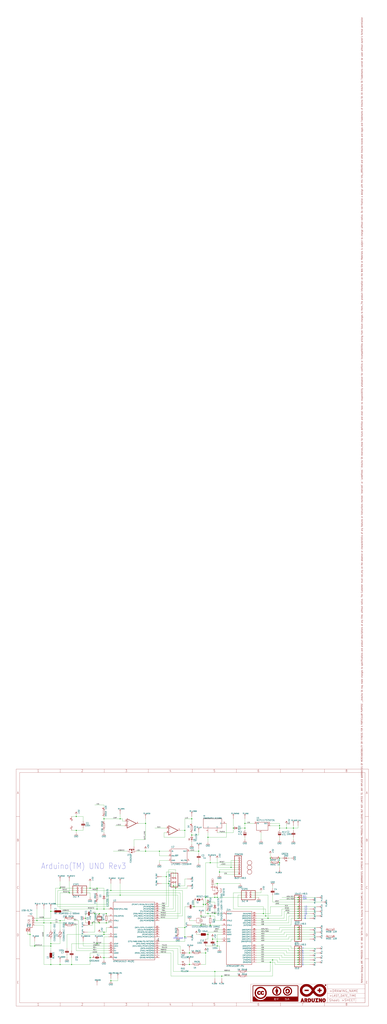
<source format=kicad_sch>
(kicad_sch (version 20211123) (generator eeschema)
  (paper "User" 425.45 1124.51)
  (lib_symbols
    (symbol "schematicEagle-eagle-import:+5V" (power)
      (property "Value" "+5V" (at -2.54 -5.08 90))
      (symbol "+5V_1_0"
        (pin power_in line (at 0 -2.54 90) (length 2.54) (name "+5V") (number "1"))
      )
    )
    (symbol "schematicEagle-eagle-import:0715_CV201210-100K"
      (property "Reference" "L" (at -3.81 5.08 0))
      (property "Value" "0715_CV201210-100K" (at -3.81 -1.27 0))
      (symbol "0715_CV201210-100K_1_0"
        (pin passive line (at -5.08 2.54 0) (length 2.54) (name "1") (number "1"))
        (pin passive line (at 5.08 2.54 180) (length 2.54) (name "2") (number "2"))
      )
    )
    (symbol "schematicEagle-eagle-import:4R-NCAY16"
      (property "Reference" "RN" (at -5.08 -3.048 0))
      (property "Value" "4R-NCAY16" (at 2.54 -3.048 0))
      (symbol "4R-NCAY16_1_0"
        (pin passive line (at -5.08 0 0) (length 2.54) (name "1") (number "1"))
        (pin passive line (at 5.08 0 180) (length 2.54) (name "2") (number "8"))
      )
      (symbol "4R-NCAY16_2_0"
        (pin passive line (at -5.08 0 0) (length 2.54) (name "1") (number "2"))
        (pin passive line (at 5.08 0 180) (length 2.54) (name "2") (number "7"))
      )
      (symbol "4R-NCAY16_3_0"
        (pin passive line (at -5.08 0 0) (length 2.54) (name "1") (number "3"))
        (pin passive line (at 5.08 0 180) (length 2.54) (name "2") (number "6"))
      )
      (symbol "4R-NCAY16_4_0"
        (pin passive line (at -5.08 0 0) (length 2.54) (name "1") (number "4"))
        (pin passive line (at 5.08 0 180) (length 2.54) (name "2") (number "5"))
      )
    )
    (symbol "schematicEagle-eagle-import:A3-FRAME"
      (symbol "A3-FRAME_0_0"
        (text "1" (at 24.2094 1.905 0) (effects (font (size 2.54 2.286))))
        (text "1" (at 24.2094 258.445 0) (effects (font (size 2.54 2.286))))
        (text "2" (at 72.6281 1.905 0) (effects (font (size 2.54 2.286))))
        (text "2" (at 72.6281 258.445 0) (effects (font (size 2.54 2.286))))
        (text "3" (at 121.0469 1.905 0) (effects (font (size 2.54 2.286))))
        (text "3" (at 121.0469 258.445 0) (effects (font (size 2.54 2.286))))
        (text "4" (at 169.4656 1.905 0) (effects (font (size 2.54 2.286))))
        (text "4" (at 169.4656 258.445 0) (effects (font (size 2.54 2.286))))
        (text "5" (at 217.8844 1.905 0) (effects (font (size 2.54 2.286))))
        (text "5" (at 217.8844 258.445 0) (effects (font (size 2.54 2.286))))
        (text "6" (at 266.3031 1.905 0) (effects (font (size 2.54 2.286))))
        (text "6" (at 266.3031 258.445 0) (effects (font (size 2.54 2.286))))
        (text "7" (at 314.7219 1.905 0) (effects (font (size 2.54 2.286))))
        (text "7" (at 314.7219 258.445 0) (effects (font (size 2.54 2.286))))
        (text "8" (at 363.1406 1.905 0) (effects (font (size 2.54 2.286))))
        (text "8" (at 363.1406 258.445 0) (effects (font (size 2.54 2.286))))
        (text "A" (at 1.905 234.315 0) (effects (font (size 2.54 2.286))))
        (text "A" (at 385.445 234.315 0) (effects (font (size 2.54 2.286))))
        (text "B" (at 1.905 182.245 0) (effects (font (size 2.54 2.286))))
        (text "B" (at 385.445 182.245 0) (effects (font (size 2.54 2.286))))
        (text "C" (at 1.905 130.175 0) (effects (font (size 2.54 2.286))))
        (text "C" (at 385.445 130.175 0) (effects (font (size 2.54 2.286))))
        (text "D" (at 1.905 78.105 0) (effects (font (size 2.54 2.286))))
        (text "D" (at 385.445 78.105 0) (effects (font (size 2.54 2.286))))
        (text "E" (at 1.905 26.035 0) (effects (font (size 2.54 2.286))))
        (text "E" (at 385.445 26.035 0) (effects (font (size 2.54 2.286))))
      )
      (symbol "A3-FRAME_1_0"
        (text ">DRAWING_NAME" (at 344.17 15.24 0) (effects (font (size 2.54 2.54)) (justify left bottom)))
        (text ">LAST_DATE_TIME" (at 344.17 10.16 0) (effects (font (size 2.286 2.286)) (justify left bottom)))
        (text ">SHEET" (at 357.505 5.08 0) (effects (font (size 2.54 2.54)) (justify left bottom)))
        (text "Reference Designs ARE PROVIDED \"AS IS\" AND \"WITH ALL FAULTS. Arduino SA DISCLAIMS ALL OTHER WARRANTIES, EXPRESS OR IMPLIED,_REGARDING PRODUCTS, INCLUDING BUT NOT LIMITED TO, ANY IMPLIED WARRANTIES OF MERCHANTABILITY OR FITNESS FOR A PARTICULAR PURPOSE __Arduino SA may make changes to specifications and product descriptions at any time, without notice. The Customer must not_rely on the absence or characteristics of any features or instructions marked \"reserved\" or \"undefined.\" Arduino SA reserves_these for future definition and shall have no responsibility whatsoever for conflicts or incompatibilities arising from future changes to them._The product information on the Web Site or Materials is subject to change without notice. Do not finalize a design with this info__ARDUINO and other Arduino brands and logos and Trademarks of Arduino SA. All Arduino SA Trademarks cannot be used without owner's formal permission" (at 381 25.4 900) (effects (font (size 1.6764 1.4249)) (justify left bottom)))
        (text "Sheet:" (at 343.916 4.953 0) (effects (font (size 2.54 2.54)) (justify left bottom)))
      )
    )
    (symbol "schematicEagle-eagle-import:ATMEGA16U2-MU"
      (property "Value" "ATMEGA16U2-MU" (at -22.86 -33.02 0))
      (symbol "ATMEGA16U2-MU_1_0"
        (pin bidirectional line (at -27.94 12.7 0) (length 5.08) (name "XTAL1") (number "1"))
        (pin bidirectional line (at 27.94 -17.78 180) (length 5.08) (name "(INT5/AIN3)PD4") (number "10"))
        (pin bidirectional line (at 27.94 -15.24 180) (length 5.08) (name "(XCK/AIN4/PCINT12)PD5") (number "11"))
        (pin bidirectional line (at 27.94 -12.7 180) (length 5.08) (name "(RTS/AIN5/INT6)PD6") (number "12"))
        (pin bidirectional line (at 27.94 -10.16 180) (length 5.08) (name "(CTS/HWB/AIN6/TO/INT7)PD7") (number "13"))
        (pin bidirectional line (at 27.94 12.7 180) (length 5.08) (name "(SS/PCINT0)PB0") (number "14"))
        (pin bidirectional line (at 27.94 15.24 180) (length 5.08) (name "(SCLK/PCINT1)PB1") (number "15"))
        (pin bidirectional line (at 27.94 17.78 180) (length 5.08) (name "(PDI/MOSI/PCINT2)PB2") (number "16"))
        (pin bidirectional line (at 27.94 20.32 180) (length 5.08) (name "(PD0/MISO/PCINT3)PB3") (number "17"))
        (pin bidirectional line (at 27.94 22.86 180) (length 5.08) (name "(T1/PCINT4)PB4") (number "18"))
        (pin bidirectional line (at 27.94 25.4 180) (length 5.08) (name "(PCINT5)PB5") (number "19"))
        (pin bidirectional line (at -27.94 17.78 0) (length 5.08) (name "XTAL2(PC0)") (number "2"))
        (pin bidirectional line (at 27.94 27.94 180) (length 5.08) (name "(PCINT6)PB6") (number "20"))
        (pin bidirectional line (at 27.94 30.48 180) (length 5.08) (name "(PCINT7/OC0A/OC1C)PB7") (number "21"))
        (pin bidirectional line (at 27.94 5.08 180) (length 5.08) (name "(INT4/ICP1/CLK0)PC7") (number "22"))
        (pin bidirectional line (at 27.94 2.54 180) (length 5.08) (name "(OC1A/PCINT8)PC6") (number "23"))
        (pin input inverted (at -27.94 25.4 0) (length 5.08) (name "RESET(PC1/DW)") (number "24"))
        (pin bidirectional line (at 27.94 0 180) (length 5.08) (name "(PCINT9/OC1B)PC5") (number "25"))
        (pin bidirectional line (at 27.94 -2.54 180) (length 5.08) (name "(PCINT10)PC4") (number "26"))
        (pin passive line (at -27.94 -12.7 0) (length 5.08) (name "UCAP") (number "27"))
        (pin power_in line (at -27.94 -22.86 0) (length 5.08) (name "UGND") (number "28"))
        (pin bidirectional line (at -27.94 -20.32 0) (length 5.08) (name "D+") (number "29"))
        (pin power_in line (at -27.94 -5.08 0) (length 5.08) (name "GND") (number "3"))
        (pin bidirectional line (at -27.94 -17.78 0) (length 5.08) (name "D-") (number "30"))
        (pin power_in line (at -27.94 -15.24 0) (length 5.08) (name "UVCC") (number "31"))
        (pin power_in line (at -27.94 5.08 0) (length 5.08) (name "AVCC") (number "32"))
        (pin power_in line (at -27.94 -27.94 0) (length 5.08) (name "PAD") (number "33"))
        (pin power_in line (at -27.94 -2.54 0) (length 5.08) (name "VCC") (number "4"))
        (pin bidirectional line (at 27.94 -5.08 180) (length 5.08) (name "(AIN2/PCINT11)PC2") (number "5"))
        (pin bidirectional line (at 27.94 -27.94 180) (length 5.08) (name "(OC0B/INT0)PD0") (number "6"))
        (pin bidirectional line (at 27.94 -25.4 180) (length 5.08) (name "(AIN0/INT1)PD1") (number "7"))
        (pin bidirectional line (at 27.94 -22.86 180) (length 5.08) (name "(RXD1/AIN1/INT2)PD2") (number "8"))
        (pin bidirectional line (at 27.94 -20.32 180) (length 5.08) (name "(TXD1/INT3)PD3") (number "9"))
      )
    )
    (symbol "schematicEagle-eagle-import:ATMEGA328P-PU"
      (property "Reference" "IC" (at -15.24 28.702 0))
      (property "Value" "ATMEGA328P-PU" (at -15.24 -33.02 0))
      (symbol "ATMEGA328P-PU_1_0"
        (pin input inverted (at -20.32 25.4 0) (length 5.08) (name "RESET") (number "1"))
        (pin bidirectional line (at -20.32 17.78 0) (length 5.08) (name "XTAL2") (number "10"))
        (pin bidirectional line (at 17.78 -15.24 180) (length 5.08) (name "(T1)PD5") (number "11"))
        (pin bidirectional line (at 17.78 -12.7 180) (length 5.08) (name "(AIN0)PD6") (number "12"))
        (pin bidirectional line (at 17.78 -10.16 180) (length 5.08) (name "(AIN1)PD7") (number "13"))
        (pin bidirectional line (at 17.78 12.7 180) (length 5.08) (name "(ICP)PB0") (number "14"))
        (pin bidirectional line (at 17.78 15.24 180) (length 5.08) (name "(OC1)PB1") (number "15"))
        (pin bidirectional line (at 17.78 17.78 180) (length 5.08) (name "(SS)PB2") (number "16"))
        (pin bidirectional line (at 17.78 20.32 180) (length 5.08) (name "(MOSI)PB3") (number "17"))
        (pin bidirectional line (at 17.78 22.86 180) (length 5.08) (name "(MISO)PB4") (number "18"))
        (pin bidirectional line (at 17.78 25.4 180) (length 5.08) (name "(SCK)PB5") (number "19"))
        (pin bidirectional line (at 17.78 -27.94 180) (length 5.08) (name "(RXD)PD0") (number "2"))
        (pin power_in line (at -20.32 5.08 0) (length 5.08) (name "AVCC") (number "20"))
        (pin passive line (at -20.32 7.62 0) (length 5.08) (name "AREF") (number "21"))
        (pin power_in line (at -20.32 2.54 0) (length 5.08) (name "AGND") (number "22"))
        (pin bidirectional line (at 17.78 -5.08 180) (length 5.08) (name "(ADC0)PC0)") (number "23"))
        (pin bidirectional line (at 17.78 -2.54 180) (length 5.08) (name "(ADC1)PC1") (number "24"))
        (pin bidirectional line (at 17.78 0 180) (length 5.08) (name "(ADC2)PC2") (number "25"))
        (pin bidirectional line (at 17.78 2.54 180) (length 5.08) (name "(ADC3)PC3") (number "26"))
        (pin bidirectional line (at 17.78 5.08 180) (length 5.08) (name "(ADC4)PC4") (number "27"))
        (pin bidirectional line (at 17.78 7.62 180) (length 5.08) (name "(ADC5)PC5") (number "28"))
        (pin bidirectional line (at 17.78 -25.4 180) (length 5.08) (name "(TXD)PD1") (number "3"))
        (pin bidirectional line (at 17.78 -22.86 180) (length 5.08) (name "(INT0)PD2") (number "4"))
        (pin bidirectional line (at 17.78 -20.32 180) (length 5.08) (name "(INT1)PD3") (number "5"))
        (pin bidirectional line (at 17.78 -17.78 180) (length 5.08) (name "(T0)PD4") (number "6"))
        (pin power_in line (at -20.32 -2.54 0) (length 5.08) (name "VCC") (number "7"))
        (pin power_in line (at -20.32 -5.08 0) (length 5.08) (name "GND") (number "8"))
        (pin bidirectional line (at -20.32 12.7 0) (length 5.08) (name "XTAL1") (number "9"))
      )
    )
    (symbol "schematicEagle-eagle-import:C-EU0603-RND"
      (property "Reference" "C" (at 1.524 0.381 0))
      (property "Value" "C-EU0603-RND" (at 1.524 -4.699 0))
      (symbol "C-EU0603-RND_1_0"
        (pin passive line (at 0 2.54 270) (length 2.54) (name "1") (number "1"))
        (pin passive line (at 0 -5.08 90) (length 2.54) (name "2") (number "2"))
      )
    )
    (symbol "schematicEagle-eagle-import:CPOL-EUD"
      (property "Reference" "C" (at 1.143 0.4826 0))
      (property "Value" "CPOL-EUD" (at 1.143 -4.5974 0))
      (symbol "CPOL-EUD_1_0"
        (text "+" (at -0.5842 0.4064 900) (effects (font (size 1.27 1.0795)) (justify left bottom)))
        (pin passive line (at 0 2.54 270) (length 2.54) (name "+") (number "+"))
        (pin passive line (at 0 -5.08 90) (length 2.54) (name "-") (number "-"))
      )
    )
    (symbol "schematicEagle-eagle-import:DIODE-MINIMELF"
      (property "Reference" "D" (at 2.54 0.4826 0))
      (property "Value" "DIODE-MINIMELF" (at 2.54 -2.3114 0))
      (symbol "DIODE-MINIMELF_1_0"
        (pin passive line (at -2.54 0 0) (length 2.54) (name "A") (number "A"))
        (pin passive line (at 2.54 0 180) (length 2.54) (name "C") (number "C"))
      )
    )
    (symbol "schematicEagle-eagle-import:DIODE-SMB"
      (property "Reference" "D" (at 2.54 0.4826 0))
      (property "Value" "DIODE-SMB" (at 2.54 -2.3114 0))
      (symbol "DIODE-SMB_1_0"
        (pin passive line (at -2.54 0 0) (length 2.54) (name "A") (number "A"))
        (pin passive line (at 2.54 0 180) (length 2.54) (name "C") (number "C"))
      )
    )
    (symbol "schematicEagle-eagle-import:FIDUCIALMOUNT")
    (symbol "schematicEagle-eagle-import:GND" (power)
      (property "Value" "GND" (at -2.54 -2.54 0))
      (symbol "GND_1_0"
        (pin power_in line (at 0 2.54 270) (length 2.54) (name "GND") (number "1"))
      )
    )
    (symbol "schematicEagle-eagle-import:L-EUL1812"
      (property "Reference" "L" (at -1.4986 -3.81 90))
      (property "Value" "L-EUL1812" (at 3.302 -3.81 90))
      (symbol "L-EUL1812_1_0"
        (pin passive line (at 0 5.08 270) (length 2.54) (name "1") (number "1"))
        (pin passive line (at 0 -5.08 90) (length 2.54) (name "2") (number "2"))
      )
    )
    (symbol "schematicEagle-eagle-import:LEDCHIP-LED0805"
      (property "Reference" "LED" (at 3.556 -4.572 90))
      (property "Value" "LEDCHIP-LED0805" (at 5.715 -4.572 90))
      (symbol "LEDCHIP-LED0805_1_0"
        (pin passive line (at 0 2.54 270) (length 2.54) (name "A") (number "A"))
        (pin passive line (at 0 -5.08 90) (length 2.54) (name "C") (number "C"))
      )
    )
    (symbol "schematicEagle-eagle-import:LMV358?MM"
      (symbol "LMV358?MM_1_0"
        (pin output line (at 7.62 0 180) (length 2.54) (name "OUT") (number "1"))
        (pin input line (at -7.62 -2.54 0) (length 2.54) (name "-IN") (number "2"))
        (pin input line (at -7.62 2.54 0) (length 2.54) (name "+IN") (number "3"))
      )
      (symbol "LMV358?MM_2_0"
        (pin input line (at -7.62 2.54 0) (length 2.54) (name "+IN") (number "5"))
        (pin input line (at -7.62 -2.54 0) (length 2.54) (name "-IN") (number "6"))
        (pin output line (at 7.62 0 180) (length 2.54) (name "OUT") (number "7"))
      )
      (symbol "LMV358?MM_3_0"
        (text "V+" (at 1.27 3.175 900) (effects (font (size 0.8128 0.6908)) (justify left bottom)))
        (text "V-" (at 1.27 -4.445 900) (effects (font (size 0.8128 0.6908)) (justify left bottom)))
        (pin power_in line (at 0 -7.62 90) (length 5.08) (name "V-") (number "4"))
        (pin power_in line (at 0 7.62 270) (length 5.08) (name "V+") (number "8"))
      )
    )
    (symbol "schematicEagle-eagle-import:LP2985-XXDBVR"
      (property "Reference" "IC" (at -7.62 8.89 0))
      (property "Value" "LP2985-XXDBVR" (at -7.62 -10.16 0))
      (symbol "LP2985-XXDBVR_1_0"
        (pin input line (at -10.16 5.08 0) (length 2.54) (name "IN") (number "1"))
        (pin power_in line (at -10.16 -5.08 0) (length 2.54) (name "GND") (number "2"))
        (pin input line (at -10.16 0 0) (length 2.54) (name "ON/~{OFF}") (number "3"))
        (pin passive line (at 12.7 -5.08 180) (length 2.54) (name "NC/FB") (number "4"))
        (pin passive line (at 12.7 5.08 180) (length 2.54) (name "OUT") (number "5"))
      )
    )
    (symbol "schematicEagle-eagle-import:MC33269ST"
      (property "Reference" "IC" (at -5.08 7.62 0))
      (property "Value" "MC33269ST" (at 3.81 -5.08 0))
      (symbol "MC33269ST_1_0"
        (pin input line (at 0 -5.08 90) (length 2.54) (name "GND/ADJ") (number "1"))
        (pin passive line (at 10.16 2.54 180) (length 2.54) (name "OUT@1") (number "2"))
        (pin input line (at -7.62 5.08 0) (length 2.54) (name "IN") (number "3"))
        (pin passive line (at 10.16 5.08 180) (length 2.54) (name "OUT") (number "4"))
      )
    )
    (symbol "schematicEagle-eagle-import:PINHD-1X10_ARD"
      (property "Reference" "JP" (at -6.35 13.335 0))
      (property "Value" "PINHD-1X10_ARD" (at -6.35 -17.78 0))
      (symbol "PINHD-1X10_ARD_1_0"
        (pin passive inverted (at -2.54 10.16 0) (length 2.54) (name "1") (number "1"))
        (pin passive inverted (at -2.54 -12.7 0) (length 2.54) (name "10") (number "10"))
        (pin passive inverted (at -2.54 7.62 0) (length 2.54) (name "2") (number "2"))
        (pin passive inverted (at -2.54 5.08 0) (length 2.54) (name "3") (number "3"))
        (pin passive inverted (at -2.54 2.54 0) (length 2.54) (name "4") (number "4"))
        (pin passive inverted (at -2.54 0 0) (length 2.54) (name "5") (number "5"))
        (pin passive inverted (at -2.54 -2.54 0) (length 2.54) (name "6") (number "6"))
        (pin passive inverted (at -2.54 -5.08 0) (length 2.54) (name "7") (number "7"))
        (pin passive inverted (at -2.54 -7.62 0) (length 2.54) (name "8") (number "8"))
        (pin passive inverted (at -2.54 -10.16 0) (length 2.54) (name "9") (number "9"))
      )
    )
    (symbol "schematicEagle-eagle-import:PINHD-1X6"
      (property "Reference" "JP" (at -6.35 10.795 0))
      (property "Value" "PINHD-1X6" (at -6.35 -10.16 0))
      (symbol "PINHD-1X6_1_0"
        (pin passive inverted (at -2.54 7.62 0) (length 2.54) (name "1") (number "1"))
        (pin passive inverted (at -2.54 5.08 0) (length 2.54) (name "2") (number "2"))
        (pin passive inverted (at -2.54 2.54 0) (length 2.54) (name "3") (number "3"))
        (pin passive inverted (at -2.54 0 0) (length 2.54) (name "4") (number "4"))
        (pin passive inverted (at -2.54 -2.54 0) (length 2.54) (name "5") (number "5"))
        (pin passive inverted (at -2.54 -5.08 0) (length 2.54) (name "6") (number "6"))
      )
    )
    (symbol "schematicEagle-eagle-import:PINHD-1X8"
      (property "Reference" "JP" (at -6.35 13.335 0))
      (property "Value" "PINHD-1X8" (at -6.35 -12.7 0))
      (symbol "PINHD-1X8_1_0"
        (pin passive inverted (at -2.54 10.16 0) (length 2.54) (name "1") (number "1"))
        (pin passive inverted (at -2.54 7.62 0) (length 2.54) (name "2") (number "2"))
        (pin passive inverted (at -2.54 5.08 0) (length 2.54) (name "3") (number "3"))
        (pin passive inverted (at -2.54 2.54 0) (length 2.54) (name "4") (number "4"))
        (pin passive inverted (at -2.54 0 0) (length 2.54) (name "5") (number "5"))
        (pin passive inverted (at -2.54 -2.54 0) (length 2.54) (name "6") (number "6"))
        (pin passive inverted (at -2.54 -5.08 0) (length 2.54) (name "7") (number "7"))
        (pin passive inverted (at -2.54 -7.62 0) (length 2.54) (name "8") (number "8"))
      )
    )
    (symbol "schematicEagle-eagle-import:PINHD-2X2"
      (property "Reference" "JP" (at -8.89 5.715 0))
      (property "Value" "PINHD-2X2" (at -8.89 -5.08 0))
      (symbol "PINHD-2X2_1_0"
        (pin passive inverted (at -5.08 2.54 0) (length 2.54) (name "1") (number "1"))
        (pin passive inverted (at 2.54 2.54 180) (length 2.54) (name "2") (number "2"))
        (pin passive inverted (at -5.08 0 0) (length 2.54) (name "3") (number "3"))
        (pin passive inverted (at 2.54 0 180) (length 2.54) (name "4") (number "4"))
      )
    )
    (symbol "schematicEagle-eagle-import:PINHD-2X3"
      (property "Reference" "JP" (at -6.35 5.715 0))
      (property "Value" "PINHD-2X3" (at -6.35 -7.62 0))
      (symbol "PINHD-2X3_1_0"
        (pin passive inverted (at -2.54 2.54 0) (length 2.54) (name "1") (number "1"))
        (pin passive inverted (at 5.08 2.54 180) (length 2.54) (name "2") (number "2"))
        (pin passive inverted (at -2.54 0 0) (length 2.54) (name "3") (number "3"))
        (pin passive inverted (at 5.08 0 180) (length 2.54) (name "4") (number "4"))
        (pin passive inverted (at -2.54 -2.54 0) (length 2.54) (name "5") (number "5"))
        (pin passive inverted (at 5.08 -2.54 180) (length 2.54) (name "6") (number "6"))
      )
    )
    (symbol "schematicEagle-eagle-import:PMOSSOT23"
      (property "Reference" "T" (at 2.54 2.54 0))
      (property "Value" "PMOSSOT23" (at 2.54 0 0))
      (symbol "PMOSSOT23_1_0"
        (pin passive line (at 0 5.08 270) (length 2.54) (name "D") (number "1"))
        (pin passive line (at 0 -5.08 90) (length 2.54) (name "S") (number "2"))
        (pin passive line (at -5.08 -2.54 0) (length 2.54) (name "G") (number "3"))
      )
    )
    (symbol "schematicEagle-eagle-import:PN61729"
      (property "Reference" "X" (at 0 8.89 0))
      (property "Value" "PN61729" (at 0 12.7 0))
      (symbol "PN61729_1_0"
        (text "USB" (at 5.08 -2.54 900) (effects (font (size 2.54 2.159)) (justify left bottom)))
        (pin bidirectional line (at -2.54 5.08 0) (length 2.54) (name "1") (number "1"))
        (pin bidirectional line (at -2.54 2.54 0) (length 2.54) (name "2") (number "2"))
        (pin bidirectional line (at -2.54 0 0) (length 2.54) (name "3") (number "3"))
        (pin bidirectional line (at -2.54 -2.54 0) (length 2.54) (name "4") (number "4"))
        (pin bidirectional line (at 2.54 -10.16 90) (length 5.08) (name "P$1") (number "P$1"))
        (pin bidirectional line (at 5.08 -10.16 90) (length 5.08) (name "P$2") (number "P$2"))
      )
    )
    (symbol "schematicEagle-eagle-import:POWERSUPPLY_DC21MMX"
      (property "Value" "POWERSUPPLY_DC21MMX" (at -10.16 5.08 0))
      (symbol "POWERSUPPLY_DC21MMX_1_0"
        (pin power_in line (at -5.08 -10.16 90) (length 5.08) (name "1") (number "1"))
        (pin power_in line (at 5.08 -10.16 90) (length 5.08) (name "2") (number "2"))
        (pin power_in line (at 15.24 0 180) (length 5.08) (name "3") (number "3"))
      )
    )
    (symbol "schematicEagle-eagle-import:R-EU_R0603"
      (property "Reference" "R" (at -3.81 1.4986 0))
      (property "Value" "R-EU_R0603" (at -3.81 -3.302 0))
      (symbol "R-EU_R0603_1_0"
        (pin passive line (at -5.08 0 0) (length 2.54) (name "1") (number "1"))
        (pin passive line (at 5.08 0 180) (length 2.54) (name "2") (number "2"))
      )
    )
    (symbol "schematicEagle-eagle-import:RESONATORMU"
      (property "Reference" "Y" (at -5.08 4.572 0))
      (property "Value" "RESONATORMU" (at -5.08 -5.588 0))
      (symbol "RESONATORMU_1_0"
        (pin passive line (at 0 2.54 180) (length 0) (name "1") (number "1"))
        (pin passive line (at -7.62 0 0) (length 0) (name "2") (number "2"))
        (pin passive line (at 0 -2.54 180) (length 0) (name "3") (number "3"))
      )
    )
    (symbol "schematicEagle-eagle-import:SJ"
      (property "Reference" "SJ" (at -2.54 2.54 0))
      (property "Value" "SJ" (at -2.54 -3.81 0))
      (symbol "SJ_1_0"
        (pin passive line (at -5.08 0 0) (length 2.54) (name "1") (number "1"))
        (pin passive line (at 5.08 0 180) (length 2.54) (name "2") (number "2"))
      )
    )
    (symbol "schematicEagle-eagle-import:TP_SP"
      (symbol "TP_SP_1_0"
        (pin passive inverted (at 0 0 0) (length 5.08) (name "TESTP") (number "X"))
      )
    )
    (symbol "schematicEagle-eagle-import:TS42"
      (property "Value" "TS42" (at -3.81 3.175 90))
      (symbol "TS42_1_0"
        (pin passive line (at 0 -5.08 90) (length 2.54) (name "1") (number "1"))
        (pin passive line (at 2.54 -5.08 90) (length 2.54) (name "2") (number "2"))
        (pin passive line (at 0 5.08 270) (length 2.54) (name "3") (number "3"))
        (pin passive line (at 2.54 5.08 270) (length 2.54) (name "4") (number "4"))
        (pin power_in line (at 5.08 -5.08 90) (length 2.54) (name "5-GND") (number "5"))
      )
    )
    (symbol "schematicEagle-eagle-import:VARISTORCN0603"
      (property "Reference" "R" (at -2.54 3.81 0))
      (property "Value" "VARISTORCN0603" (at -2.54 -6.35 0))
      (symbol "VARISTORCN0603_1_0"
        (pin passive line (at 5.08 0 180) (length 2.54) (name "1") (number "1"))
        (pin passive line (at -5.08 0 0) (length 2.54) (name "2") (number "2"))
      )
    )
    (symbol "schematicEagle-eagle-import:WE-CBF_0805"
      (property "Reference" "L" (at -3.81 5.08 0))
      (property "Value" "WE-CBF_0805" (at -3.81 -1.27 0))
      (symbol "WE-CBF_0805_1_0"
        (pin passive line (at -5.08 2.54 0) (length 2.54) (name "1") (number "1"))
        (pin passive line (at 5.08 2.54 180) (length 2.54) (name "2") (number "2"))
      )
    )
    (symbol "schematicEagle-eagle-import:XTAL{slash}S"
      (property "Reference" "Q" (at -5.08 3.81 0))
      (property "Value" "XTAL{slash}S" (at -5.08 -5.08 0))
      (symbol "XTAL{slash}S_1_0"
        (pin passive line (at -5.08 0 0) (length 2.54) (name "1") (number "1"))
        (pin passive line (at 5.08 0 180) (length 2.54) (name "2") (number "2"))
      )
    )
  )
  (junction (at 327.66 985.52))
  (junction (at 78.74 1059.18))
  (junction (at 220.98 1016))
  (junction (at 55.88 1038.86))
  (junction (at 327.66 1003.3))
  (junction (at 38.1 1038.86))
  (junction (at 241.3 957.58))
  (junction (at 182.88 962.66))
  (junction (at 327.66 995.68))
  (junction (at 327.66 1018.54))
  (junction (at 327.66 1054.1))
  (junction (at 231.14 947.42))
  (junction (at 307.34 909.32))
  (junction (at 292.1 1005.84))
  (junction (at 40.64 1010.92))
  (junction (at 114.3 899.16))
  (junction (at 294.64 1008.38))
  (junction (at 116.84 1013.46))
  (junction (at 327.66 1031.24))
  (junction (at 121.92 977.9))
  (junction (at 226.06 985.52))
  (junction (at 327.66 1056.64))
  (junction (at 228.6 1003.3))
  (junction (at 238.76 970.28))
  (junction (at 109.22 1003.3))
  (junction (at 254 952.5))
  (junction (at 185.42 970.28))
  (junction (at 114.3 1026.16))
  (junction (at 327.66 1049.02))
  (junction (at 327.66 1046.48))
  (junction (at 132.08 899.16))
  (junction (at 289.56 1003.3))
  (junction (at 106.68 998.22))
  (junction (at 99.06 975.36))
  (junction (at 210.82 916.94))
  (junction (at 210.82 899.16))
  (junction (at 299.72 1054.1))
  (junction (at 66.04 1010.92))
  (junction (at 231.14 1016))
  (junction (at 76.2 980.44))
  (junction (at 193.04 975.36))
  (junction (at 231.14 1005.84))
  (junction (at 208.28 1046.48))
  (junction (at 269.24 904.24))
  (junction (at 160.02 904.24))
  (junction (at 55.88 1036.32))
  (junction (at 327.66 1023.62))
  (junction (at 93.98 1008.38))
  (junction (at 327.66 1051.56))
  (junction (at 55.88 1000.76))
  (junction (at 327.66 1043.94))
  (junction (at 228.6 990.6))
  (junction (at 175.26 934.72))
  (junction (at 33.02 1026.16))
  (junction (at 101.6 1013.46))
  (junction (at 327.66 1008.38))
  (junction (at 66.04 1059.18))
  (junction (at 218.44 934.72))
  (junction (at 106.68 975.36))
  (junction (at 213.36 995.68))
  (junction (at 203.2 911.86))
  (junction (at 243.84 1071.88))
  (junction (at 233.68 1031.24))
  (junction (at 114.3 1051.56))
  (junction (at 83.82 896.62))
  (junction (at 314.96 909.32))
  (junction (at 238.76 1038.86))
  (junction (at 203.2 1028.7))
  (junction (at 220.98 1005.84))
  (junction (at 114.3 998.22))
  (junction (at 116.84 1003.3))
  (junction (at 297.18 942.34))
  (junction (at 55.88 1059.18))
  (junction (at 327.66 1000.76))
  (junction (at 322.58 909.32))
  (junction (at 66.04 975.36))
  (junction (at 327.66 998.22))
  (junction (at 269.24 909.32))
  (junction (at 238.76 1033.78))
  (junction (at 203.2 1018.54))
  (junction (at 208.28 1059.18))
  (junction (at 190.5 972.82))
  (junction (at 236.22 1066.8))
  (junction (at 256.54 909.32))
  (junction (at 327.66 1021.08))
  (junction (at 297.18 1056.64))
  (junction (at 83.82 911.86))
  (junction (at 106.68 1036.32))
  (junction (at 307.34 942.34))
  (junction (at 327.66 1026.16))
  (junction (at 114.3 1023.62))
  (junction (at 307.34 947.42))
  (junction (at 236.22 1003.3))
  (junction (at 121.92 1076.96))
  (junction (at 104.14 1003.3))
  (junction (at 327.66 990.6))
  (junction (at 48.26 1013.46))
  (junction (at 228.6 919.48))
  (junction (at 327.66 1059.18))
  (junction (at 226.06 1046.48))
  (junction (at 109.22 1013.46))
  (junction (at 226.06 993.14))
  (junction (at 327.66 1005.84))
  (junction (at 223.52 993.14))
  (junction (at 238.76 985.52))
  (junction (at 327.66 988.06))
  (junction (at 160.02 934.72))
  (junction (at 327.66 1041.4))
  (junction (at 236.22 985.52))
  (junction (at 307.34 906.78))
  (junction (at 327.66 1028.7))
  (junction (at 55.88 1013.46))
  (junction (at 132.08 982.98))
  (junction (at 99.06 1051.56))
  (junction (at 228.6 1026.16))
  (wire (pts (xy 292.1 1005.84) (xy 281.94 1005.84)))
  (wire (pts (xy 147.32 929.64) (xy 147.32 922.02)))
  (wire (pts (xy 327.66 1041.4) (xy 347.98 1041.4)))
  (wire (pts (xy 307.34 1021.08) (xy 307.34 1018.54)))
  (wire (pts (xy 269.24 982.98) (xy 261.62 982.98)))
  (wire (pts (xy 121.92 977.9) (xy 121.92 970.28)))
  (wire (pts (xy 238.76 1038.86) (xy 241.3 1038.86)))
  (wire (pts (xy 175.26 993.14) (xy 182.88 993.14)))
  (wire (pts (xy 261.62 982.98) (xy 261.62 995.68)))
  (wire (pts (xy 185.42 995.68) (xy 185.42 970.28)))
  (wire (pts (xy 203.2 1018.54) (xy 203.2 995.68)))
  (wire (pts (xy 304.8 1056.64) (xy 327.66 1056.64)))
  (wire (pts (xy 55.88 1036.32) (xy 55.88 1038.86)))
  (wire (pts (xy 223.52 993.14) (xy 223.52 988.06)))
  (wire (pts (xy 327.66 985.52) (xy 347.98 985.52)))
  (wire (pts (xy 119.38 995.68) (xy 63.5 995.68)))
  (wire (pts (xy 327.66 1051.56) (xy 347.98 1051.56)))
  (wire (pts (xy 81.28 1010.92) (xy 86.36 1010.92)))
  (wire (pts (xy 314.96 1028.7) (xy 281.94 1028.7)))
  (wire (pts (xy 104.14 1003.3) (xy 101.6 1003.3)))
  (wire (pts (xy 203.2 1033.78) (xy 203.2 1028.7)))
  (wire (pts (xy 91.44 909.32) (xy 91.44 911.86)))
  (wire (pts (xy 203.2 972.82) (xy 203.2 965.2)))
  (wire (pts (xy 121.92 1076.96) (xy 121.92 1074.42)))
  (wire (pts (xy 340.36 1043.94) (xy 327.66 1043.94)))
  (wire (pts (xy 106.68 998.22) (xy 106.68 990.6)))
  (wire (pts (xy 347.98 1023.62) (xy 327.66 1023.62)))
  (wire (pts (xy 203.2 919.48) (xy 180.34 919.48)))
  (wire (pts (xy 317.5 1005.84) (xy 317.5 1013.46)))
  (wire (pts (xy 243.84 1021.08) (xy 236.22 1021.08)))
  (wire (pts (xy 243.84 1023.62) (xy 228.6 1023.62)))
  (wire (pts (xy 175.26 995.68) (xy 185.42 995.68)))
  (wire (pts (xy 236.22 1074.42) (xy 236.22 1066.8)))
  (wire (pts (xy 218.44 932.18) (xy 218.44 934.72)))
  (wire (pts (xy 119.38 1051.56) (xy 114.3 1051.56)))
  (wire (pts (xy 236.22 1066.8) (xy 261.62 1066.8)))
  (wire (pts (xy 160.02 922.02) (xy 160.02 904.24)))
  (wire (pts (xy 233.68 1031.24) (xy 233.68 1028.7)))
  (wire (pts (xy 83.82 894.08) (xy 83.82 896.62)))
  (wire (pts (xy 297.18 1066.8) (xy 297.18 1056.64)))
  (wire (pts (xy 38.1 1033.78) (xy 38.1 1038.86)))
  (wire (pts (xy 91.44 911.86) (xy 83.82 911.86)))
  (wire (pts (xy 238.76 1033.78) (xy 243.84 1033.78)))
  (wire (pts (xy 30.48 1023.62) (xy 30.48 1026.16)))
  (wire (pts (xy 281.94 1043.94) (xy 314.96 1043.94)))
  (wire (pts (xy 203.2 1028.7) (xy 203.2 1018.54)))
  (wire (pts (xy 208.28 1043.94) (xy 208.28 1046.48)))
  (wire (pts (xy 246.38 960.12) (xy 261.62 960.12)))
  (wire (pts (xy 38.1 1008.38) (xy 55.88 1008.38)))
  (wire (pts (xy 180.34 919.48) (xy 180.34 914.4)))
  (wire (pts (xy 297.18 995.68) (xy 327.66 995.68)))
  (wire (pts (xy 55.88 1008.38) (xy 55.88 1000.76)))
  (wire (pts (xy 269.24 922.02) (xy 269.24 919.48)))
  (wire (pts (xy 236.22 982.98) (xy 236.22 985.52)))
  (wire (pts (xy 119.38 1041.4) (xy 86.36 1041.4)))
  (wire (pts (xy 289.56 1003.3) (xy 297.18 1003.3)))
  (wire (pts (xy 261.62 955.04) (xy 241.3 955.04)))
  (wire (pts (xy 238.76 1038.86) (xy 238.76 1033.78)))
  (wire (pts (xy 238.76 1026.16) (xy 238.76 1033.78)))
  (wire (pts (xy 66.04 998.22) (xy 66.04 980.44)))
  (wire (pts (xy 215.9 1024.89) (xy 215.9 1026.16)))
  (wire (pts (xy 210.82 896.62) (xy 210.82 899.16)))
  (wire (pts (xy 193.04 1000.76) (xy 193.04 975.36)))
  (wire (pts (xy 182.88 962.66) (xy 182.88 993.14)))
  (wire (pts (xy 99.06 1051.56) (xy 99.06 1046.48)))
  (wire (pts (xy 99.06 980.44) (xy 99.06 985.52)))
  (wire (pts (xy 66.04 1056.64) (xy 66.04 1059.18)))
  (wire (pts (xy 218.44 934.72) (xy 218.44 937.26)))
  (wire (pts (xy 198.12 1059.18) (xy 195.58 1059.18)))
  (wire (pts (xy 261.62 944.88) (xy 254 944.88)))
  (wire (pts (xy 281.94 1031.24) (xy 317.5 1031.24)))
  (wire (pts (xy 269.24 911.86) (xy 269.24 909.32)))
  (wire (pts (xy 309.88 1005.84) (xy 309.88 998.22)))
  (wire (pts (xy 185.42 939.8) (xy 175.26 939.8)))
  (wire (pts (xy 187.96 1046.48) (xy 175.26 1046.48)))
  (wire (pts (xy 231.14 947.42) (xy 261.62 947.42)))
  (wire (pts (xy 114.3 1054.1) (xy 114.3 1051.56)))
  (wire (pts (xy 307.34 904.24) (xy 307.34 906.78)))
  (wire (pts (xy 220.98 1016) (xy 220.98 1013.46)))
  (wire (pts (xy 104.14 1023.62) (xy 104.14 1003.3)))
  (wire (pts (xy 76.2 967.74) (xy 76.2 980.44)))
  (wire (pts (xy 281.94 1003.3) (xy 289.56 1003.3)))
  (wire (pts (xy 220.98 1016) (xy 210.82 1016)))
  (wire (pts (xy 93.98 1008.38) (xy 93.98 1003.3)))
  (wire (pts (xy 99.06 975.36) (xy 99.06 967.74)))
  (wire (pts (xy 233.68 1038.86) (xy 226.06 1038.86)))
  (wire (pts (xy 137.16 901.7) (xy 134.62 901.7)))
  (wire (pts (xy 91.44 1038.86) (xy 91.44 1033.78)))
  (wire (pts (xy 228.6 919.48) (xy 228.6 924.56)))
  (wire (pts (xy 132.08 894.08) (xy 132.08 899.16)))
  (wire (pts (xy 198.12 980.44) (xy 116.84 980.44)))
  (wire (pts (xy 83.82 1016) (xy 83.82 1043.94)))
  (wire (pts (xy 114.3 914.4) (xy 114.3 911.86)))
  (wire (pts (xy 256.54 980.44) (xy 256.54 998.22)))
  (wire (pts (xy 327.66 993.14) (xy 302.26 993.14)))
  (wire (pts (xy 109.22 1003.3) (xy 104.14 1003.3)))
  (wire (pts (xy 340.36 1049.02) (xy 327.66 1049.02)))
  (wire (pts (xy 238.76 1038.86) (xy 233.68 1038.86)))
  (wire (pts (xy 73.66 1026.16) (xy 73.66 1041.4)))
  (wire (pts (xy 91.44 896.62) (xy 91.44 901.7)))
  (wire (pts (xy 309.88 1051.56) (xy 327.66 1051.56)))
  (wire (pts (xy 312.42 1023.62) (xy 327.66 1023.62)))
  (wire (pts (xy 83.82 914.4) (xy 83.82 911.86)))
  (wire (pts (xy 66.04 1036.32) (xy 55.88 1036.32)))
  (wire (pts (xy 203.2 965.2) (xy 205.74 965.2)))
  (wire (pts (xy 195.58 1041.4) (xy 175.26 1041.4)))
  (wire (pts (xy 33.02 1026.16) (xy 33.02 1023.62)))
  (wire (pts (xy 63.5 977.9) (xy 83.82 977.9)))
  (wire (pts (xy 119.38 1013.46) (xy 119.38 1010.92)))
  (wire (pts (xy 243.84 1026.16) (xy 238.76 1026.16)))
  (wire (pts (xy 83.82 1043.94) (xy 119.38 1043.94)))
  (wire (pts (xy 109.22 1003.3) (xy 116.84 1003.3)))
  (wire (pts (xy 78.74 1059.18) (xy 99.06 1059.18)))
  (wire (pts (xy 195.58 1018.54) (xy 203.2 1018.54)))
  (wire (pts (xy 236.22 1005.84) (xy 236.22 1010.92)))
  (wire (pts (xy 190.5 1043.94) (xy 190.5 1066.8)))
  (wire (pts (xy 327.66 1031.24) (xy 320.04 1031.24)))
  (wire (pts (xy 287.02 980.44) (xy 276.86 980.44)))
  (wire (pts (xy 297.18 1066.8) (xy 271.78 1066.8)))
  (wire (pts (xy 55.88 1038.86) (xy 38.1 1038.86)))
  (wire (pts (xy 71.12 1013.46) (xy 55.88 1013.46)))
  (wire (pts (xy 238.76 952.5) (xy 238.76 942.34)))
  (wire (pts (xy 55.88 1000.76) (xy 58.42 1000.76)))
  (wire (pts (xy 271.78 1071.88) (xy 299.72 1071.88)))
  (wire (pts (xy 175.26 1005.84) (xy 200.66 1005.84)))
  (wire (pts (xy 119.38 998.22) (xy 114.3 998.22)))
  (wire (pts (xy 71.12 1013.46) (xy 71.12 1016)))
  (wire (pts (xy 208.28 1059.18) (xy 205.74 1059.18)))
  (wire (pts (xy 119.38 1036.32) (xy 106.68 1036.32)))
  (wire (pts (xy 238.76 914.4) (xy 256.54 914.4)))
  (wire (pts (xy 269.24 899.16) (xy 269.24 904.24)))
  (wire (pts (xy 83.82 896.62) (xy 91.44 896.62)))
  (wire (pts (xy 299.72 990.6) (xy 327.66 990.6)))
  (wire (pts (xy 327.66 1000.76) (xy 312.42 1000.76)))
  (wire (pts (xy 228.6 1000.76) (xy 228.6 1003.3)))
  (wire (pts (xy 231.14 944.88) (xy 231.14 947.42)))
  (wire (pts (xy 96.52 1023.62) (xy 104.14 1023.62)))
  (wire (pts (xy 228.6 914.4) (xy 228.6 919.48)))
  (wire (pts (xy 302.26 1059.18) (xy 302.26 1056.64)))
  (wire (pts (xy 254 952.5) (xy 238.76 952.5)))
  (wire (pts (xy 160.02 899.16) (xy 160.02 904.24)))
  (wire (pts (xy 317.5 1028.7) (xy 327.66 1028.7)))
  (wire (pts (xy 309.88 1023.62) (xy 281.94 1023.62)))
  (wire (pts (xy 55.88 1043.94) (xy 55.88 1038.86)))
  (wire (pts (xy 317.5 1031.24) (xy 317.5 1028.7)))
  (wire (pts (xy 116.84 1003.3) (xy 116.84 1005.84)))
  (wire (pts (xy 116.84 993.14) (xy 60.96 993.14)))
  (wire (pts (xy 119.38 982.98) (xy 119.38 995.68)))
  (wire (pts (xy 256.54 914.4) (xy 256.54 909.32)))
  (wire (pts (xy 175.26 1000.76) (xy 193.04 1000.76)))
  (wire (pts (xy 228.6 1031.24) (xy 228.6 1026.16)))
  (wire (pts (xy 190.5 998.22) (xy 190.5 972.82)))
  (wire (pts (xy 243.84 1031.24) (xy 233.68 1031.24)))
  (wire (pts (xy 307.34 947.42) (xy 307.34 952.5)))
  (wire (pts (xy 340.36 1026.16) (xy 327.66 1026.16)))
  (wire (pts (xy 327.66 1005.84) (xy 317.5 1005.84)))
  (wire (pts (xy 307.34 1018.54) (xy 327.66 1018.54)))
  (wire (pts (xy 38.1 1016) (xy 48.26 1016)))
  (wire (pts (xy 320.04 1038.86) (xy 320.04 1041.4)))
  (wire (pts (xy 327.66 1056.64) (xy 347.98 1056.64)))
  (wire (pts (xy 327.66 988.06) (xy 307.34 988.06)))
  (wire (pts (xy 294.64 1008.38) (xy 281.94 1008.38)))
  (wire (pts (xy 226.06 1031.24) (xy 228.6 1031.24)))
  (wire (pts (xy 281.94 1010.92) (xy 314.96 1010.92)))
  (wire (pts (xy 297.18 1056.64) (xy 281.94 1056.64)))
  (wire (pts (xy 185.42 970.28) (xy 185.42 955.04)))
  (wire (pts (xy 73.66 1051.56) (xy 73.66 1049.02)))
  (wire (pts (xy 193.04 975.36) (xy 205.74 975.36)))
  (wire (pts (xy 55.88 998.22) (xy 55.88 1000.76)))
  (wire (pts (xy 106.68 975.36) (xy 106.68 980.44)))
  (wire (pts (xy 66.04 975.36) (xy 83.82 975.36)))
  (wire (pts (xy 116.84 1018.54) (xy 116.84 1023.62)))
  (wire (pts (xy 200.66 977.9) (xy 121.92 977.9)))
  (wire (pts (xy 137.16 906.78) (xy 127 906.78)))
  (wire (pts (xy 86.36 1010.92) (xy 86.36 1041.4)))
  (wire (pts (xy 99.06 975.36) (xy 106.68 975.36)))
  (wire (pts (xy 297.18 904.24) (xy 307.34 904.24)))
  (wire (pts (xy 248.92 919.48) (xy 248.92 904.24)))
  (wire (pts (xy 198.12 1003.3) (xy 198.12 980.44)))
  (wire (pts (xy 160.02 904.24) (xy 152.4 904.24)))
  (wire (pts (xy 106.68 1036.32) (xy 78.74 1036.32)))
  (wire (pts (xy 238.76 985.52) (xy 236.22 985.52)))
  (wire (pts (xy 307.34 1054.1) (xy 307.34 1051.56)))
  (wire (pts (xy 314.96 904.24) (xy 314.96 909.32)))
  (wire (pts (xy 91.44 975.36) (xy 99.06 975.36)))
  (wire (pts (xy 190.5 1066.8) (xy 236.22 1066.8)))
  (wire (pts (xy 40.64 1010.92) (xy 66.04 1010.92)))
  (wire (pts (xy 327.66 1005.84) (xy 347.98 1005.84)))
  (wire (pts (xy 241.3 1038.86) (xy 241.3 1041.4)))
  (wire (pts (xy 101.6 1016) (xy 101.6 1013.46)))
  (wire (pts (xy 55.88 1054.1) (xy 55.88 1059.18)))
  (wire (pts (xy 99.06 1046.48) (xy 119.38 1046.48)))
  (wire (pts (xy 114.3 899.16) (xy 132.08 899.16)))
  (wire (pts (xy 190.5 972.82) (xy 190.5 970.28)))
  (wire (pts (xy 91.44 980.44) (xy 99.06 980.44)))
  (wire (pts (xy 320.04 1041.4) (xy 327.66 1041.4)))
  (wire (pts (xy 177.8 970.28) (xy 185.42 970.28)))
  (wire (pts (xy 116.84 980.44) (xy 116.84 993.14)))
  (wire (pts (xy 340.36 1059.18) (xy 327.66 1059.18)))
  (wire (pts (xy 309.88 998.22) (xy 327.66 998.22)))
  (wire (pts (xy 226.06 993.14) (xy 226.06 985.52)))
  (wire (pts (xy 327.66 1021.08) (xy 309.88 1021.08)))
  (wire (pts (xy 96.52 1016) (xy 101.6 1016)))
  (wire (pts (xy 210.82 904.24) (xy 210.82 899.16)))
  (wire (pts (xy 190.5 972.82) (xy 203.2 972.82)))
  (wire (pts (xy 208.28 934.72) (xy 218.44 934.72)))
  (wire (pts (xy 198.12 911.86) (xy 203.2 911.86)))
  (wire (pts (xy 256.54 899.16) (xy 256.54 909.32)))
  (wire (pts (xy 132.08 982.98) (xy 132.08 970.28)))
  (wire (pts (xy 307.34 911.86) (xy 307.34 909.32)))
  (wire (pts (xy 160.02 934.72) (xy 160.02 932.18)))
  (wire (pts (xy 269.24 980.44) (xy 256.54 980.44)))
  (wire (pts (xy 327.66 1054.1) (xy 307.34 1054.1)))
  (wire (pts (xy 66.04 980.44) (xy 76.2 980.44)))
  (wire (pts (xy 261.62 949.96) (xy 241.3 949.96)))
  (wire (pts (xy 347.98 1018.54) (xy 327.66 1018.54)))
  (wire (pts (xy 149.86 934.72) (xy 160.02 934.72)))
  (wire (pts (xy 261.62 957.58) (xy 241.3 957.58)))
  (wire (pts (xy 228.6 919.48) (xy 248.92 919.48)))
  (wire (pts (xy 327.66 1043.94) (xy 317.5 1043.94)))
  (wire (pts (xy 236.22 985.52) (xy 226.06 985.52)))
  (wire (pts (xy 307.34 906.78) (xy 307.34 909.32)))
  (wire (pts (xy 299.72 1071.88) (xy 299.72 1054.1)))
  (wire (pts (xy 132.08 982.98) (xy 119.38 982.98)))
  (wire (pts (xy 114.3 1023.62) (xy 114.3 1026.16)))
  (wire (pts (xy 93.98 1013.46) (xy 93.98 1008.38)))
  (wire (pts (xy 312.42 1049.02) (xy 312.42 1046.48)))
  (wire (pts (xy 66.04 1059.18) (xy 78.74 1059.18)))
  (wire (pts (xy 200.66 1005.84) (xy 200.66 977.9)))
  (wire (pts (xy 66.04 967.74) (xy 66.04 975.36)))
  (wire (pts (xy 256.54 998.22) (xy 292.1 998.22)))
  (wire (pts (xy 175.26 998.22) (xy 190.5 998.22)))
  (wire (pts (xy 78.74 1051.56) (xy 78.74 1059.18)))
  (wire (pts (xy 213.36 995.68) (xy 213.36 988.06)))
  (wire (pts (xy 281.94 1038.86) (xy 320.04 1038.86)))
  (wire (pts (xy 55.88 1059.18) (xy 66.04 1059.18)))
  (wire (pts (xy 327.66 1026.16) (xy 314.96 1026.16)))
  (wire (pts (xy 40.64 998.22) (xy 40.64 1010.92)))
  (wire (pts (xy 243.84 1071.88) (xy 187.96 1071.88)))
  (wire (pts (xy 177.8 962.66) (xy 182.88 962.66)))
  (wire (pts (xy 307.34 909.32) (xy 314.96 909.32)))
  (wire (pts (xy 297.18 1003.3) (xy 297.18 995.68)))
  (wire (pts (xy 292.1 998.22) (xy 292.1 1005.84)))
  (wire (pts (xy 210.82 914.4) (xy 210.82 916.94)))
  (wire (pts (xy 48.26 1016) (xy 48.26 1059.18)))
  (wire (pts (xy 261.62 909.32) (xy 269.24 909.32)))
  (wire (pts (xy 60.96 975.36) (xy 66.04 975.36)))
  (wire (pts (xy 307.34 1051.56) (xy 281.94 1051.56)))
  (wire (pts (xy 281.94 1026.16) (xy 312.42 1026.16)))
  (wire (pts (xy 175.26 1033.78) (xy 203.2 1033.78)))
  (wire (pts (xy 101.6 1051.56) (xy 99.06 1051.56)))
  (wire (pts (xy 243.84 1003.3) (xy 236.22 1003.3)))
  (wire (pts (xy 60.96 993.14) (xy 60.96 975.36)))
  (wire (pts (xy 327.66 1000.76) (xy 347.98 1000.76)))
  (wire (pts (xy 38.1 1010.92) (xy 40.64 1010.92)))
  (wire (pts (xy 327.66 909.32) (xy 327.66 906.78)))
  (wire (pts (xy 55.88 1013.46) (xy 55.88 1021.08)))
  (wire (pts (xy 238.76 970.28) (xy 238.76 972.82)))
  (wire (pts (xy 175.26 1008.38) (xy 195.58 1008.38)))
  (wire (pts (xy 205.74 1028.7) (xy 203.2 1028.7)))
  (wire (pts (xy 106.68 1005.84) (xy 109.22 1003.3)))
  (wire (pts (xy 287.02 977.9) (xy 287.02 980.44)))
  (wire (pts (xy 111.76 1051.56) (xy 114.3 1051.56)))
  (wire (pts (xy 340.36 1003.3) (xy 327.66 1003.3)))
  (wire (pts (xy 106.68 998.22) (xy 66.04 998.22)))
  (wire (pts (xy 78.74 1000.76) (xy 68.58 1000.76)))
  (wire (pts (xy 317.5 1041.4) (xy 281.94 1041.4)))
  (wire (pts (xy 119.38 1026.16) (xy 114.3 1026.16)))
  (wire (pts (xy 119.38 1018.54) (xy 116.84 1018.54)))
  (wire (pts (xy 48.26 998.22) (xy 48.26 1013.46)))
  (wire (pts (xy 106.68 1036.32) (xy 106.68 1033.78)))
  (wire (pts (xy 81.28 1008.38) (xy 81.28 1010.92)))
  (wire (pts (xy 195.58 982.98) (xy 132.08 982.98)))
  (wire (pts (xy 116.84 1005.84) (xy 119.38 1005.84)))
  (wire (pts (xy 175.26 939.8) (xy 175.26 934.72)))
  (wire (pts (xy 226.06 1046.48) (xy 226.06 1043.94)))
  (wire (pts (xy 261.62 995.68) (xy 289.56 995.68)))
  (wire (pts (xy 208.28 1046.48) (xy 205.74 1046.48)))
  (wire (pts (xy 99.06 1059.18) (xy 99.06 1051.56)))
  (wire (pts (xy 213.36 1010.92) (xy 208.28 1010.92)))
  (wire (pts (xy 340.36 1054.1) (xy 327.66 1054.1)))
  (wire (pts (xy 307.34 919.48) (xy 307.34 922.02)))
  (wire (pts (xy 175.26 1043.94) (xy 190.5 1043.94)))
  (wire (pts (xy 297.18 906.78) (xy 307.34 906.78)))
  (wire (pts (xy 269.24 985.52) (xy 238.76 985.52)))
  (wire (pts (xy 226.06 985.52) (xy 226.06 947.42)))
  (wire (pts (xy 78.74 1043.94) (xy 78.74 1036.32)))
  (wire (pts (xy 66.04 1031.24) (xy 66.04 1036.32)))
  (wire (pts (xy 294.64 982.98) (xy 294.64 1008.38)))
  (wire (pts (xy 314.96 1043.94) (xy 314.96 1046.48)))
  (wire (pts (xy 317.5 1013.46) (xy 281.94 1013.46)))
  (wire (pts (xy 236.22 1003.3) (xy 228.6 1003.3)))
  (wire (pts (xy 210.82 1059.18) (xy 208.28 1059.18)))
  (wire (pts (xy 187.96 1071.88) (xy 187.96 1046.48)))
  (wire (pts (xy 193.04 975.36) (xy 193.04 970.28)))
  (wire (pts (xy 205.74 975.36) (xy 205.74 972.82)))
  (wire (pts (xy 322.58 919.48) (xy 322.58 922.02)))
  (wire (pts (xy 236.22 998.22) (xy 236.22 1003.3)))
  (wire (pts (xy 220.98 1008.38) (xy 220.98 1005.84)))
  (wire (pts (xy 299.72 972.82) (xy 299.72 975.36)))
  (wire (pts (xy 198.12 1038.86) (xy 175.26 1038.86)))
  (wire (pts (xy 292.1 1005.84) (xy 309.88 1005.84)))
  (wire (pts (xy 119.38 1028.7) (xy 114.3 1028.7)))
  (wire (pts (xy 236.22 970.28) (xy 236.22 972.82)))
  (wire (pts (xy 287.02 922.02) (xy 287.02 914.4)))
  (wire (pts (xy 33.02 1038.86) (xy 33.02 1026.16)))
  (wire (pts (xy 210.82 1046.48) (xy 208.28 1046.48)))
  (wire (pts (xy 190.5 962.66) (xy 190.5 957.58)))
  (wire (pts (xy 63.5 995.68) (xy 63.5 977.9)))
  (wire (pts (xy 238.76 970.28) (xy 264.16 970.28)))
  (wire (pts (xy 210.82 899.16) (xy 203.2 899.16)))
  (wire (pts (xy 218.44 916.94) (xy 218.44 914.4)))
  (wire (pts (xy 320.04 1033.78) (xy 281.94 1033.78)))
  (wire (pts (xy 180.34 914.4) (xy 182.88 914.4)))
  (wire (pts (xy 223.52 993.14) (xy 226.06 993.14)))
  (wire (pts (xy 226.06 1046.48) (xy 226.06 1059.18)))
  (wire (pts (xy 297.18 942.34) (xy 297.18 937.26)))
  (wire (pts (xy 228.6 1026.16) (xy 228.6 1023.62)))
  (wire (pts (xy 228.6 990.6) (xy 236.22 990.6)))
  (wire (pts (xy 223.52 995.68) (xy 223.52 993.14)))
  (wire (pts (xy 231.14 1016) (xy 220.98 1016)))
  (wire (pts (xy 116.84 1023.62) (xy 114.3 1023.62)))
  (wire (pts (xy 276.86 982.98) (xy 294.64 982.98)))
  (wire (pts (xy 299.72 1054.1) (xy 304.8 1054.1)))
  (wire (pts (xy 340.36 1021.08) (xy 327.66 1021.08)))
  (wire (pts (xy 322.58 909.32) (xy 327.66 909.32)))
  (wire (pts (xy 116.84 1013.46) (xy 109.22 1013.46)))
  (wire (pts (xy 121.92 1076.96) (xy 129.54 1076.96)))
  (wire (pts (xy 55.88 1036.32) (xy 55.88 1031.24)))
  (wire (pts (xy 243.84 1074.42) (xy 243.84 1071.88)))
  (wire (pts (xy 198.12 1046.48) (xy 198.12 1038.86)))
  (wire (pts (xy 269.24 909.32) (xy 269.24 904.24)))
  (wire (pts (xy 243.84 1016) (xy 231.14 1016)))
  (wire (pts (xy 195.58 1059.18) (xy 195.58 1041.4)))
  (wire (pts (xy 76.2 980.44) (xy 83.82 980.44)))
  (wire (pts (xy 208.28 1056.64) (xy 208.28 1059.18)))
  (wire (pts (xy 134.62 901.7) (xy 134.62 899.16)))
  (wire (pts (xy 66.04 1010.92) (xy 66.04 1021.08)))
  (wire (pts (xy 231.14 1005.84) (xy 236.22 1005.84)))
  (wire (pts (xy 114.3 975.36) (xy 114.3 982.98)))
  (wire (pts (xy 91.44 1038.86) (xy 119.38 1038.86)))
  (wire (pts (xy 314.96 909.32) (xy 322.58 909.32)))
  (wire (pts (xy 327.66 1059.18) (xy 302.26 1059.18)))
  (wire (pts (xy 327.66 988.06) (xy 340.36 988.06)))
  (wire (pts (xy 147.32 922.02) (xy 160.02 922.02)))
  (wire (pts (xy 347.98 995.68) (xy 327.66 995.68)))
  (wire (pts (xy 312.42 1046.48) (xy 281.94 1046.48)))
  (wire (pts (xy 182.88 909.32) (xy 170.18 909.32)))
  (wire (pts (xy 254 944.88) (xy 254 952.5)))
  (wire (pts (xy 241.3 957.58) (xy 241.3 960.12)))
  (wire (pts (xy 30.48 1026.16) (xy 33.02 1026.16)))
  (wire (pts (xy 114.3 883.92) (xy 114.3 886.46)))
  (wire (pts (xy 312.42 1000.76) (xy 312.42 1008.38)))
  (wire (pts (xy 309.88 1021.08) (xy 309.88 1023.62)))
  (wire (pts (xy 320.04 942.34) (xy 317.5 942.34)))
  (wire (pts (xy 185.42 955.04) (xy 193.04 955.04)))
  (wire (pts (xy 185.42 944.88) (xy 175.26 944.88)))
  (wire (pts (xy 48.26 1013.46) (xy 38.1 1013.46)))
  (wire (pts (xy 304.8 1054.1) (xy 304.8 1056.64)))
  (wire (pts (xy 114.3 896.62) (xy 114.3 899.16)))
  (wire (pts (xy 302.26 1056.64) (xy 297.18 1056.64)))
  (wire (pts (xy 314.96 1026.16) (xy 314.96 1028.7)))
  (wire (pts (xy 320.04 1008.38) (xy 327.66 1008.38)))
  (wire (pts (xy 340.36 1031.24) (xy 327.66 1031.24)))
  (wire (pts (xy 190.5 957.58) (xy 182.88 957.58)))
  (wire (pts (xy 210.82 927.1) (xy 210.82 924.56)))
  (wire (pts (xy 220.98 1005.84) (xy 231.14 1005.84)))
  (wire (pts (xy 175.26 944.88) (xy 175.26 947.42)))
  (wire (pts (xy 236.22 1010.92) (xy 243.84 1010.92)))
  (wire (pts (xy 66.04 1010.92) (xy 71.12 1010.92)))
  (wire (pts (xy 106.68 1010.92) (xy 109.22 1013.46)))
  (wire (pts (xy 132.08 899.16) (xy 134.62 899.16)))
  (wire (pts (xy 213.36 995.68) (xy 223.52 995.68)))
  (wire (pts (xy 78.74 911.86) (xy 83.82 911.86)))
  (wire (pts (xy 327.66 1049.02) (xy 312.42 1049.02)))
  (wire (pts (xy 228.6 1003.3) (xy 226.06 1003.3)))
  (wire (pts (xy 38.1 1038.86) (xy 33.02 1038.86)))
  (wire (pts (xy 347.98 1028.7) (xy 327.66 1028.7)))
  (wire (pts (xy 109.22 1013.46) (xy 101.6 1013.46)))
  (wire (pts (xy 279.4 904.24) (xy 269.24 904.24)))
  (wire (pts (xy 55.88 1013.46) (xy 48.26 1013.46)))
  (wire (pts (xy 261.62 1071.88) (xy 243.84 1071.88)))
  (wire (pts (xy 314.96 1046.48) (xy 327.66 1046.48)))
  (wire (pts (xy 114.3 899.16) (xy 114.3 901.7)))
  (wire (pts (xy 281.94 1021.08) (xy 307.34 1021.08)))
  (wire (pts (xy 261.62 952.5) (xy 254 952.5)))
  (wire (pts (xy 193.04 955.04) (xy 193.04 962.66)))
  (wire (pts (xy 203.2 899.16) (xy 203.2 911.86)))
  (wire (pts (xy 322.58 909.32) (xy 322.58 906.78)))
  (wire (pts (xy 175.26 934.72) (xy 185.42 934.72)))
  (wire (pts (xy 320.04 1031.24) (xy 320.04 1033.78)))
  (wire (pts (xy 320.04 1016) (xy 320.04 1008.38)))
  (wire (pts (xy 116.84 1013.46) (xy 119.38 1013.46)))
  (wire (pts (xy 114.3 988.06) (xy 114.3 998.22)))
  (wire (pts (xy 317.5 1043.94) (xy 317.5 1041.4)))
  (wire (pts (xy 182.88 957.58) (xy 182.88 962.66)))
  (wire (pts (xy 81.28 1016) (xy 83.82 1016)))
  (wire (pts (xy 175.26 1003.3) (xy 198.12 1003.3)))
  (wire (pts (xy 327.66 990.6) (xy 353.06 990.6)))
  (wire (pts (xy 160.02 934.72) (xy 175.26 934.72)))
  (wire (pts (xy 121.92 977.9) (xy 91.44 977.9)))
  (wire (pts (xy 114.3 1026.16) (xy 73.66 1026.16)))
  (wire (pts (xy 281.94 1016) (xy 320.04 1016)))
  (wire (pts (xy 205.74 995.68) (xy 203.2 995.68)))
  (wire (pts (xy 203.2 911.86) (xy 203.2 919.48)))
  (wire (pts (xy 327.66 1046.48) (xy 347.98 1046.48)))
  (wire (pts (xy 220.98 1046.48) (xy 226.06 1046.48)))
  (wire (pts (xy 104.14 883.92) (xy 114.3 883.92)))
  (wire (pts (xy 210.82 916.94) (xy 218.44 916.94)))
  (wire (pts (xy 314.96 1010.92) (xy 314.96 1003.3)))
  (wire (pts (xy 215.9 1026.16) (xy 218.44 1026.16)))
  (wire (pts (xy 309.88 1049.02) (xy 309.88 1051.56)))
  (wire (pts (xy 309.88 942.34) (xy 307.34 942.34)))
  (wire (pts (xy 284.48 985.52) (xy 276.86 985.52)))
  (wire (pts (xy 220.98 1059.18) (xy 226.06 1059.18)))
  (wire (pts (xy 114.3 998.22) (xy 106.68 998.22)))
  (wire (pts (xy 48.26 1059.18) (xy 55.88 1059.18)))
  (wire (pts (xy 78.74 896.62) (xy 83.82 896.62)))
  (wire (pts (xy 106.68 975.36) (xy 114.3 975.36)))
  (wire (pts (xy 124.46 934.72) (xy 139.7 934.72)))
  (wire (pts (xy 241.3 955.04) (xy 241.3 957.58)))
  (wire (pts (xy 226.06 947.42) (xy 231.14 947.42)))
  (wire (pts (xy 340.36 1008.38) (xy 327.66 1008.38)))
  (wire (pts (xy 314.96 1003.3) (xy 327.66 1003.3)))
  (wire (pts (xy 307.34 947.42) (xy 307.34 942.34)))
  (wire (pts (xy 327.66 998.22) (xy 340.36 998.22)))
  (wire (pts (xy 322.58 909.32) (xy 322.58 911.86)))
  (wire (pts (xy 312.42 1026.16) (xy 312.42 1023.62)))
  (wire (pts (xy 312.42 1008.38) (xy 294.64 1008.38)))
  (wire (pts (xy 226.06 993.14) (xy 226.06 1003.3)))
  (wire (pts (xy 289.56 995.68) (xy 289.56 1003.3)))
  (wire (pts (xy 218.44 947.42) (xy 218.44 944.88)))
  (wire (pts (xy 299.72 982.98) (xy 299.72 990.6)))
  (wire (pts (xy 236.22 990.6) (xy 236.22 993.14)))
  (wire (pts (xy 114.3 1028.7) (xy 114.3 1051.56)))
  (wire (pts (xy 71.12 1008.38) (xy 71.12 1010.92)))
  (wire (pts (xy 327.66 985.52) (xy 309.88 985.52)))
  (wire (pts (xy 297.18 947.42) (xy 297.18 942.34)))
  (wire (pts (xy 129.54 1076.96) (xy 129.54 1074.42)))
  (wire (pts (xy 236.22 970.28) (xy 238.76 970.28)))
  (wire (pts (xy 238.76 982.98) (xy 238.76 985.52)))
  (wire (pts (xy 195.58 1008.38) (xy 195.58 982.98)))
  (wire (pts (xy 109.22 1023.62) (xy 114.3 1023.62)))
  (wire (pts (xy 281.94 1049.02) (xy 309.88 1049.02)))
  (wire (pts (xy 281.94 1054.1) (xy 299.72 1054.1)))
  (text "SCL" (at 332.74 985.52 180) (effects (font (size 1.778 1.5113)) (justify left bottom)))
  (text "3" (at 332.105 1052.83 180) (effects (font (size 1.778 1.5113)) (justify left bottom)))
  (text "USB boot En" (at 190.5 1031.24 180) (effects (font (size 1.778 1.5113)) (justify left bottom)))
  (text "13" (at 334.645 996.95 180) (effects (font (size 1.778 1.5113)) (justify left bottom)))
  (text "6" (at 332.105 1045.21 180) (effects (font (size 1.778 1.5113)) (justify left bottom)))
  (text "9" (at 334.645 1007.11 180) (effects (font (size 1.778 1.5113)) (justify left bottom)))
  (text "11" (at 334.645 1002.03 180) (effects (font (size 1.778 1.5113)) (justify left bottom)))
  (text "7" (at 332.105 1042.67 180) (effects (font (size 1.778 1.5113)) (justify left bottom)))
  (text "0" (at 332.105 1060.45 180) (effects (font (size 1.778 1.5113)) (justify left bottom)))
  (text "Arduino(TM) UNO Rev3" (at 45.085 955.04 180) (effects (font (size 6.4516 5.4838)) (justify left bottom)))
  (text "10" (at 334.645 1004.57 180) (effects (font (size 1.778 1.5113)) (justify left bottom)))
  (text "SDA" (at 332.74 988.06 180) (effects (font (size 1.778 1.5113)) (justify left bottom)))
  (text "1" (at 332.105 1057.91 180) (effects (font (size 1.778 1.5113)) (justify left bottom)))
  (text "8" (at 334.645 1009.65 180) (effects (font (size 1.778 1.5113)) (justify left bottom)))
  (text "2" (at 332.105 1055.37 180) (effects (font (size 1.778 1.5113)) (justify left bottom)))
  (text "5" (at 332.105 1047.75 180) (effects (font (size 1.778 1.5113)) (justify left bottom)))
  (text "12" (at 334.645 999.49 180) (effects (font (size 1.778 1.5113)) (justify left bottom)))
  (text "4" (at 332.105 1050.29 180) (effects (font (size 1.778 1.5113)) (justify left bottom)))
  (label "RXLED" (at 177.8 1041.4 0) (effects (font (size 1.2446 1.2446))))
  (label "MOSI2" (at 176.53 1005.84 0) (effects (font (size 1.2446 1.2446))))
  (label "IO6" (at 287.02 1041.4 0) (effects (font (size 1.2446 1.2446))))
  (label "PWRIN" (at 241.3 914.4 0) (effects (font (size 1.2446 1.2446))))
  (label "+3V3" (at 127.635 906.78 0) (effects (font (size 1.2446 1.2446))))
  (label "PB4" (at 177.8 1000.76 0) (effects (font (size 1.2446 1.2446))))
  (label "RD-" (at 102.235 1041.4 0) (effects (font (size 1.2446 1.2446))))
  (label "M8TXD" (at 176.53 1046.48 0) (effects (font (size 1.2446 1.2446))))
  (label "TP_VUCAP" (at 102.235 1036.32 0) (effects (font (size 1.2446 1.2446))))
  (label "AD0" (at 287.02 1033.78 0) (effects (font (size 1.2446 1.2446))))
  (label "USBVCC" (at 68.58 1000.76 0) (effects (font (size 1.2446 1.2446))))
  (label "IO0" (at 287.02 1056.64 0) (effects (font (size 1.2446 1.2446))))
  (label "GND" (at 302.895 993.14 0) (effects (font (size 1.2446 1.2446))))
  (label "USHIELD" (at 38.1 1038.86 0) (effects (font (size 1.2446 1.2446))))
  (label "UGND" (at 101.6 1046.48 0) (effects (font (size 1.2446 1.2446))))
  (label "IO1" (at 287.02 1054.1 0) (effects (font (size 1.2446 1.2446))))
  (label "+3V3" (at 208.28 934.72 0) (effects (font (size 1.2446 1.2446))))
  (label "USBVCC" (at 129.54 934.72 0) (effects (font (size 1.2446 1.2446))))
  (label "MISO" (at 313.055 998.22 0) (effects (font (size 1.2446 1.2446))))
  (label "L13" (at 203.2 899.16 0) (effects (font (size 1.2446 1.2446))))
  (label "SS" (at 315.595 1003.3 0) (effects (font (size 1.2446 1.2446))))
  (label "CMP" (at 124.46 899.16 0) (effects (font (size 1.2446 1.2446))))
  (label "M8RXD" (at 246.38 1066.8 0) (effects (font (size 1.2446 1.2446))))
  (label "XTAL1" (at 220.98 1016 0) (effects (font (size 1.2446 1.2446))))
  (label "AREF" (at 236.22 1021.08 0) (effects (font (size 1.2446 1.2446))))
  (label "RD-" (at 81.28 1010.92 0) (effects (font (size 1.2446 1.2446))))
  (label "AD1" (at 287.02 1031.24 0) (effects (font (size 1.2446 1.2446))))
  (label "D+" (at 60.96 1013.46 0) (effects (font (size 1.2446 1.2446))))
  (label "AD3" (at 287.02 1026.16 0) (effects (font (size 1.2446 1.2446))))
  (label "D-" (at 60.96 1010.92 0) (effects (font (size 1.2446 1.2446))))
  (label "AD4/SDA" (at 314.96 988.06 0) (effects (font (size 1.2446 1.2446))))
  (label "AD5/SCL" (at 287.02 1021.08 0) (effects (font (size 1.2446 1.2446))))
  (label "SCK2" (at 68.58 977.9 0) (effects (font (size 1.2446 1.2446))))
  (label "SCK2" (at 176.53 1008.38 0) (effects (font (size 1.2446 1.2446))))
  (label "RESET2" (at 96.52 998.22 0) (effects (font (size 1.2446 1.2446))))
  (label "XT1" (at 101.6 1013.46 0) (effects (font (size 1.2446 1.2446))))
  (label "RESET" (at 232.41 1003.3 0) (effects (font (size 1.2446 1.2446))))
  (label "GATE_CMD" (at 160.02 922.02 90) (effects (font (size 1.2446 1.2446))))
  (label "MISO2" (at 176.53 1003.3 0) (effects (font (size 1.2446 1.2446))))
  (label "IO9" (at 287.02 1013.46 0) (effects (font (size 1.2446 1.2446))))
  (label "MOSI" (at 313.69 1000.76 0) (effects (font (size 1.2446 1.2446))))
  (label "AD5/SCL" (at 314.96 985.52 0) (effects (font (size 1.2446 1.2446))))
  (label "XTAL2" (at 220.98 1008.38 0) (effects (font (size 1.2446 1.2446))))
  (label "MOSI2" (at 101.6 977.9 0) (effects (font (size 1.2446 1.2446))))
  (label "XT1" (at 119.38 1013.46 0) (effects (font (size 1.2446 1.2446))))
  (label "MISO2" (at 66.04 975.36 0) (effects (font (size 1.2446 1.2446))))
  (label "XUSB" (at 43.18 1008.38 0) (effects (font (size 1.2446 1.2446))))
  (label "IO7" (at 287.02 1038.86 0) (effects (font (size 1.2446 1.2446))))
  (label "SS" (at 287.02 1010.92 0) (effects (font (size 1.2446 1.2446))))
  (label "TXLED" (at 177.8 1038.86 0) (effects (font (size 1.2446 1.2446))))
  (label "SCK" (at 172.72 909.32 0) (effects (font (size 1.2446 1.2446))))
  (label "IO5" (at 287.02 1043.94 0) (effects (font (size 1.2446 1.2446))))
  (label "VIN" (at 246.38 960.12 0) (effects (font (size 1.2446 1.2446))))
  (label "AD4/SDA" (at 287.02 1023.62 0) (effects (font (size 1.2446 1.2446))))
  (label "M8RXD" (at 176.53 1043.94 0) (effects (font (size 1.2446 1.2446))))
  (label "+5V" (at 149.86 934.72 0) (effects (font (size 1.2446 1.2446))))
  (label "AD2" (at 287.02 1028.7 0) (effects (font (size 1.2446 1.2446))))
  (label "XT2" (at 101.6 1003.3 0) (effects (font (size 1.2446 1.2446))))
  (label "PB5" (at 177.8 998.22 0) (effects (font (size 1.2446 1.2446))))
  (label "AVCC" (at 234.95 1023.62 0) (effects (font (size 1.2446 1.2446))))
  (label "USBVCC" (at 102.235 1038.86 0) (effects (font (size 1.2446 1.2446))))
  (label "VIN" (at 271.78 904.24 0) (effects (font (size 1.2446 1.2446))))
  (label "UGND" (at 48.26 1028.7 90) (effects (font (size 1.2446 1.2446))))
  (label "SCK" (at 313.055 995.68 0) (effects (font (size 1.2446 1.2446))))
  (label "+5V" (at 314.96 905.51 0) (effects (font (size 1.2446 1.2446))))
  (label "RD+" (at 81.28 1016 0) (effects (font (size 1.2446 1.2446))))
  (label "IO8" (at 287.02 1016 0) (effects (font (size 1.2446 1.2446))))
  (label "RD+" (at 102.235 1043.94 0) (effects (font (size 1.2446 1.2446))))
  (label "PB6" (at 177.8 995.68 0) (effects (font (size 1.2446 1.2446))))
  (label "IO4" (at 287.02 1046.48 0) (effects (font (size 1.2446 1.2446))))
  (label "PB7" (at 177.8 993.14 0) (effects (font (size 1.2446 1.2446))))
  (label "DTR" (at 175.26 1033.78 90) (effects (font (size 1.2446 1.2446))))
  (label "IO2" (at 287.02 1051.56 0) (effects (font (size 1.2446 1.2446))))
  (label "RESET2" (at 69.215 980.44 0) (effects (font (size 1.2446 1.2446))))
  (label "+3V3" (at 242.57 949.96 0) (effects (font (size 1.2446 1.2446))))
  (label "IO3" (at 287.02 1049.02 0) (effects (font (size 1.2446 1.2446))))
  (label "AREF" (at 302.26 990.6 0) (effects (font (size 1.2446 1.2446))))
  (label "RESET" (at 241.3 947.42 0) (effects (font (size 1.1735 1.1735))))
  (label "M8TXD" (at 246.38 1071.88 0) (effects (font (size 1.2446 1.2446))))
  (label "VIN" (at 106.045 883.92 0) (effects (font (size 1.2446 1.2446))))
  (global_label "5-GND" (shape bidirectional) (at 233.68 972.82 90) (effects (font (size 1.016 1.016))) (property "Intersheet References" "${INTERSHEET_REFS}" (effects hide)))
  (symbol (lib_id "schematicEagle-eagle-import:TP_SP") (at 121.92 1074.42 90) (unit 1)
    (property "Reference" "GND_TP0" (at 119.38 1069.34 90) (effects (font (size 1.27 1.0795)) (justify right top)))
    (property "Value" "TP_SP" (effects hide))
    (property "Footprint" "schematicEagle:TP-SP" (effects hide))
  )
  (symbol (lib_id "schematicEagle-eagle-import:GND") (at 208.28 1008.38 180) (unit 1)
    (property "Reference" "#GND3" (effects hide))
    (property "Value" "GND" (at 210.82 1005.84 0) (effects (font (size 1.778 1.5113)) (justify left bottom)))
    (property "Footprint" "schematicEagle:" (effects hide))
  )
  (symbol (lib_id "schematicEagle-eagle-import:TP_SP") (at 340.36 1043.94 0) (unit 1)
    (property "Reference" "TP_6" (at 345.44 1041.4 90) (effects (font (size 1.27 1.0795)) (justify right top)))
    (property "Value" "TP_SP" (effects hide))
    (property "Footprint" "schematicEagle:TP-SP" (effects hide))
  )
  (symbol (lib_id "schematicEagle-eagle-import:TP_SP") (at 40.64 998.22 90) (unit 1)
    (property "Reference" "TP_D-0" (at 38.1 993.14 90) (effects (font (size 1.27 1.0795)) (justify right top)))
    (property "Value" "TP_SP" (effects hide))
    (property "Footprint" "schematicEagle:TP-SP" (effects hide))
  )
  (symbol (lib_id "schematicEagle-eagle-import:PINHD-2X3") (at 271.78 982.98 0) (unit 1)
    (property "Reference" "ICSP0" (at 265.43 977.265 0) (effects (font (size 1.778 1.5113)) (justify left bottom)))
    (property "Value" "3x2 M" (at 265.43 990.6 0) (effects (font (size 1.778 1.5113)) (justify left bottom)))
    (property "Footprint" "schematicEagle:2X03" (effects hide))
  )
  (symbol (lib_id "schematicEagle-eagle-import:TP_SP") (at 243.84 1074.42 270) (unit 1)
    (property "Reference" "TP_TX0" (at 246.38 1079.5 90) (effects (font (size 1.27 1.0795)) (justify right top)))
    (property "Value" "TP_SP" (effects hide))
    (property "Footprint" "schematicEagle:TP-SP" (effects hide))
  )
  (symbol (lib_id "schematicEagle-eagle-import:GND") (at 73.66 1054.1 0) (unit 1)
    (property "Reference" "#GND16" (effects hide))
    (property "Value" "GND" (at 71.12 1056.64 0) (effects (font (size 1.778 1.5113)) (justify left bottom)))
    (property "Footprint" "schematicEagle:" (effects hide))
  )
  (symbol (lib_id "schematicEagle-eagle-import:ATMEGA16U2-MU") (at 147.32 1023.62 0) (unit 1)
    (property "Reference" "U3" (at 124.46 989.838 0) (effects (font (size 1.778 1.5113)) (justify left bottom)))
    (property "Value" "ATMEGA16U2-MU(R)" (at 124.46 1056.64 0) (effects (font (size 1.778 1.5113)) (justify left bottom)))
    (property "Footprint" "schematicEagle:MLF32" (effects hide))
  )
  (symbol (lib_id "schematicEagle-eagle-import:TP_SP") (at 177.8 970.28 180) (unit 1)
    (property "Reference" "TP_PB6" (at 172.72 972.82 90) (effects (font (size 1.27 1.0795)) (justify right top)))
    (property "Value" "TP_SP" (effects hide))
    (property "Footprint" "schematicEagle:TP-SP" (effects hide))
  )
  (symbol (lib_id "schematicEagle-eagle-import:TP_SP") (at 132.08 970.28 90) (unit 1)
    (property "Reference" "TP_SCK2" (at 129.54 965.2 90) (effects (font (size 1.27 1.0795)) (justify right top)))
    (property "Value" "TP_SP" (effects hide))
    (property "Footprint" "schematicEagle:TP-SP" (effects hide))
  )
  (symbol (lib_id "schematicEagle-eagle-import:TP_SP") (at 38.1 1033.78 90) (unit 1)
    (property "Reference" "TP_USH0" (at 35.56 1028.7 90) (effects (font (size 1.27 1.0795)) (justify right top)))
    (property "Value" "TP_SP" (effects hide))
    (property "Footprint" "schematicEagle:TP-SP" (effects hide))
  )
  (symbol (lib_id "schematicEagle-eagle-import:4R-NCAY16") (at 106.68 985.52 270) (unit 3)
    (property "Reference" "RN1" (at 103.632 980.44 0) (effects (font (size 1.778 1.5113)) (justify left bottom)))
    (property "Value" "10K" (at 103.632 988.06 0) (effects (font (size 1.778 1.5113)) (justify left bottom)))
    (property "Footprint" "schematicEagle:CAY16" (effects hide))
  )
  (symbol (lib_id "schematicEagle-eagle-import:GND") (at 195.58 1031.24 0) (unit 1)
    (property "Reference" "#GND15" (effects hide))
    (property "Value" "GND" (at 193.04 1033.78 0) (effects (font (size 1.778 1.5113)) (justify left bottom)))
    (property "Footprint" "schematicEagle:" (effects hide))
  )
  (symbol (lib_id "schematicEagle-eagle-import:TP_SP") (at 121.92 970.28 90) (unit 1)
    (property "Reference" "TP_MOSI2" (at 119.38 965.2 90) (effects (font (size 1.27 1.0795)) (justify right top)))
    (property "Value" "TP_SP" (effects hide))
    (property "Footprint" "schematicEagle:TP-SP" (effects hide))
  )
  (symbol (lib_id "schematicEagle-eagle-import:LEDCHIP-LED0805") (at 203.2 1059.18 270) (unit 1)
    (property "Reference" "RX0" (at 198.628 1064.641 90) (effects (font (size 1.778 1.5113)) (justify left bottom)))
    (property "Value" "YELLOW" (at 198.628 1067.435 90) (effects (font (size 1.778 1.5113)) (justify left bottom)))
    (property "Footprint" "schematicEagle:CHIP-LED0805" (effects hide))
  )
  (symbol (lib_id "schematicEagle-eagle-import:VARISTORCN0603") (at 55.88 1026.16 90) (unit 1)
    (property "Reference" "Z1" (at 53.34 1028.7 0) (effects (font (size 1.778 1.5113)) (justify left bottom)))
    (property "Value" "CG0603MLC-05E" (at 60.96 1033.78 0) (effects (font (size 1.778 1.5113)) (justify left bottom)))
    (property "Footprint" "schematicEagle:CT_CN0603" (effects hide))
  )
  (symbol (lib_id "schematicEagle-eagle-import:TP_SP") (at 210.82 1016 180) (unit 1)
    (property "Reference" "TP_XT1" (at 205.74 1018.54 90) (effects (font (size 1.27 1.0795)) (justify right top)))
    (property "Value" "TP_SP" (effects hide))
    (property "Footprint" "schematicEagle:TP-SP" (effects hide))
  )
  (symbol (lib_id "schematicEagle-eagle-import:DIODE-MINIMELF") (at 236.22 995.68 90) (unit 1)
    (property "Reference" "D2" (at 231.6226 993.14 0) (effects (font (size 1.778 1.5113)) (justify right top)))
    (property "Value" "CD1206-S01575" (at 241.0714 1005.84 0) (effects (font (size 1.778 1.5113)) (justify left bottom)))
    (property "Footprint" "schematicEagle:MINIMELF" (effects hide))
  )
  (symbol (lib_id "schematicEagle-eagle-import:PINHD-1X6") (at 330.2 1023.62 0) (mirror x) (unit 1)
    (property "Reference" "AD0" (at 323.85 1034.415 0) (effects (font (size 1.778 1.5113)) (justify left bottom)))
    (property "Value" "6x1F-H8.5" (at 323.85 1013.46 0) (effects (font (size 1.778 1.5113)) (justify left bottom)))
    (property "Footprint" "schematicEagle:1X06" (effects hide))
  )
  (symbol (lib_id "schematicEagle-eagle-import:SJ") (at 106.68 1051.56 180) (unit 1)
    (property "Reference" "GROUND0" (at 109.22 1054.1 0) (effects (font (size 1.778 1.5113)) (justify left bottom)))
    (property "Value" "SJ" (at 109.22 1047.75 0) (effects (font (size 1.778 1.5113)) (justify left bottom)))
    (property "Footprint" "schematicEagle:SJ" (effects hide))
  )
  (symbol (lib_id "schematicEagle-eagle-import:GND") (at 83.82 916.94 0) (unit 1)
    (property "Reference" "#GND18" (effects hide))
    (property "Value" "GND" (at 81.28 919.48 0) (effects (font (size 1.778 1.5113)) (justify left bottom)))
    (property "Footprint" "schematicEagle:" (effects hide))
  )
  (symbol (lib_id "schematicEagle-eagle-import:4R-NCAY16") (at 114.3 891.54 90) (unit 1)
    (property "Reference" "RN1" (at 117.348 896.62 0) (effects (font (size 1.778 1.5113)) (justify left bottom)))
    (property "Value" "10K" (at 117.348 889 0) (effects (font (size 1.778 1.5113)) (justify left bottom)))
    (property "Footprint" "schematicEagle:CAY16" (effects hide))
  )
  (symbol (lib_id "schematicEagle-eagle-import:+5V") (at 109.22 1021.08 0) (unit 1)
    (property "Reference" "#P+6" (effects hide))
    (property "Value" "+5V" (at 111.125 1018.54 90) (effects (font (size 1.778 1.5113)) (justify right top)))
    (property "Footprint" "schematicEagle:" (effects hide))
  )
  (symbol (lib_id "schematicEagle-eagle-import:XTAL{slash}S") (at 109.22 1008.38 270) (unit 1)
    (property "Reference" "Y1" (at 113.03 1003.3 0) (effects (font (size 1.778 1.5113)) (justify left bottom)))
    (property "Value" "16MHz" (at 104.14 1003.3 0) (effects (font (size 1.778 1.5113)) (justify left bottom)))
    (property "Footprint" "schematicEagle:QS" (effects hide))
  )
  (symbol (lib_id "schematicEagle-eagle-import:TP_SP") (at 205.74 972.82 0) (unit 1)
    (property "Reference" "TP_PB4" (at 210.82 970.28 90) (effects (font (size 1.27 1.0795)) (justify right top)))
    (property "Value" "TP_SP" (effects hide))
    (property "Footprint" "schematicEagle:TP-SP" (effects hide))
  )
  (symbol (lib_id "schematicEagle-eagle-import:GND") (at 241.3 1043.94 0) (unit 1)
    (property "Reference" "#GND2" (effects hide))
    (property "Value" "GND" (at 238.76 1046.48 0) (effects (font (size 1.778 1.5113)) (justify left bottom)))
    (property "Footprint" "schematicEagle:" (effects hide))
  )
  (symbol (lib_id "schematicEagle-eagle-import:GND") (at 269.24 924.56 0) (unit 1)
    (property "Reference" "#GND9" (effects hide))
    (property "Value" "GND" (at 266.7 927.1 0) (effects (font (size 1.778 1.5113)) (justify left bottom)))
    (property "Footprint" "schematicEagle:" (effects hide))
  )
  (symbol (lib_id "schematicEagle-eagle-import:TP_SP") (at 208.28 1056.64 90) (unit 1)
    (property "Reference" "TP_RXL0" (at 205.74 1051.56 90) (effects (font (size 1.27 1.0795)) (justify right top)))
    (property "Value" "TP_SP" (effects hide))
    (property "Footprint" "schematicEagle:TP-SP" (effects hide))
  )
  (symbol (lib_id "schematicEagle-eagle-import:C-EU0603-RND") (at 73.66 1043.94 0) (mirror y) (unit 1)
    (property "Reference" "C7" (at 70.485 1047.115 0) (effects (font (size 1.778 1.5113)) (justify left bottom)))
    (property "Value" "100n" (at 70.485 1044.575 0) (effects (font (size 1.778 1.5113)) (justify left bottom)))
    (property "Footprint" "schematicEagle:C0603-ROUND" (effects hide))
  )
  (symbol (lib_id "schematicEagle-eagle-import:DIODE-SMB") (at 259.08 909.32 0) (unit 1)
    (property "Reference" "D1" (at 261.62 908.8374 0) (effects (font (size 1.778 1.5113)) (justify left bottom)))
    (property "Value" "M7" (at 261.62 911.6314 0) (effects (font (size 1.778 1.5113)) (justify left bottom)))
    (property "Footprint" "schematicEagle:SMB" (effects hide))
  )
  (symbol (lib_id "schematicEagle-eagle-import:+5V") (at 287.02 975.36 0) (unit 1)
    (property "Reference" "#P+1" (effects hide))
    (property "Value" "+5V" (at 288.925 972.82 90) (effects (font (size 1.778 1.5113)) (justify right top)))
    (property "Footprint" "schematicEagle:" (effects hide))
  )
  (symbol (lib_id "schematicEagle-eagle-import:TP_SP") (at 340.36 1049.02 0) (unit 1)
    (property "Reference" "TP_4" (at 345.44 1046.48 90) (effects (font (size 1.27 1.0795)) (justify right top)))
    (property "Value" "TP_SP" (effects hide))
    (property "Footprint" "schematicEagle:TP-SP" (effects hide))
  )
  (symbol (lib_id "schematicEagle-eagle-import:C-EU0603-RND") (at 99.06 1003.3 270) (mirror x) (unit 1)
    (property "Reference" "C11" (at 93.345 1004.443 0) (effects (font (size 1.778 1.5113)) (justify left bottom)))
    (property "Value" "22p" (at 98.425 1003.554 0) (effects (font (size 1.778 1.5113)) (justify left bottom)))
    (property "Footprint" "schematicEagle:C0603-ROUND" (effects hide))
  )
  (symbol (lib_id "schematicEagle-eagle-import:+5V") (at 160.02 929.64 0) (unit 1)
    (property "Reference" "#P+10" (effects hide))
    (property "Value" "+5V" (at 161.925 927.1 90) (effects (font (size 1.778 1.5113)) (justify right top)))
    (property "Footprint" "schematicEagle:" (effects hide))
  )
  (symbol (lib_id "schematicEagle-eagle-import:POWERSUPPLY_DC21MMX") (at 233.68 904.24 0) (unit 1)
    (property "Reference" "X1" (at 223.52 896.62 0) (effects (font (size 1.27 1.0795)) (justify left bottom)))
    (property "Value" "POWERSUPPLY_DC21MMX" (at 223.52 899.16 0) (effects (font (size 1.27 1.0795)) (justify left bottom)))
    (property "Footprint" "schematicEagle:POWERSUPPLY_DC-21MM" (effects hide))
  )
  (symbol (lib_id "schematicEagle-eagle-import:TP_SP") (at 340.36 988.06 0) (unit 1)
    (property "Reference" "TP_SDA0" (at 345.44 985.52 90) (effects (font (size 1.27 1.0795)) (justify right top)))
    (property "Value" "TP_SP" (effects hide))
    (property "Footprint" "schematicEagle:TP-SP" (effects hide))
  )
  (symbol (lib_id "schematicEagle-eagle-import:TP_SP") (at 347.98 1028.7 0) (unit 1)
    (property "Reference" "TP_A1" (at 353.06 1026.16 90) (effects (font (size 1.27 1.0795)) (justify right top)))
    (property "Value" "TP_SP" (effects hide))
    (property "Footprint" "schematicEagle:TP-SP" (effects hide))
  )
  (symbol (lib_id "schematicEagle-eagle-import:C-EU0603-RND") (at 233.68 1036.32 180) (unit 1)
    (property "Reference" "C6" (at 233.807 1038.225 0) (effects (font (size 1.778 1.5113)) (justify right top)))
    (property "Value" "100n" (at 233.426 1042.035 0) (effects (font (size 1.778 1.5113)) (justify right top)))
    (property "Footprint" "schematicEagle:C0603-ROUND" (effects hide))
  )
  (symbol (lib_id "schematicEagle-eagle-import:TP_SP") (at 220.98 1005.84 90) (unit 1)
    (property "Reference" "TP_XT2" (at 218.44 1000.76 90) (effects (font (size 1.27 1.0795)) (justify right top)))
    (property "Value" "TP_SP" (effects hide))
    (property "Footprint" "schematicEagle:TP-SP" (effects hide))
  )
  (symbol (lib_id "schematicEagle-eagle-import:TP_SP") (at 307.34 952.5 270) (unit 1)
    (property "Reference" "TP_ONL0" (at 309.88 957.58 90) (effects (font (size 1.27 1.0795)) (justify right top)))
    (property "Value" "TP_SP" (effects hide))
    (property "Footprint" "schematicEagle:TP-SP" (effects hide))
  )
  (symbol (lib_id "schematicEagle-eagle-import:TP_SP") (at 66.04 967.74 90) (unit 1)
    (property "Reference" "TP_MISO2" (at 63.5 962.66 90) (effects (font (size 1.27 1.0795)) (justify right top)))
    (property "Value" "TP_SP" (effects hide))
    (property "Footprint" "schematicEagle:TP-SP" (effects hide))
  )
  (symbol (lib_id "schematicEagle-eagle-import:GND") (at 218.44 949.96 0) (unit 1)
    (property "Reference" "#GND21" (effects hide))
    (property "Value" "GND" (at 215.9 952.5 0) (effects (font (size 1.778 1.5113)) (justify left bottom)))
    (property "Footprint" "schematicEagle:" (effects hide))
  )
  (symbol (lib_id "schematicEagle-eagle-import:GND") (at 210.82 929.64 0) (unit 1)
    (property "Reference" "#GND17" (effects hide))
    (property "Value" "GND" (at 208.28 932.18 0) (effects (font (size 1.778 1.5113)) (justify left bottom)))
    (property "Footprint" "schematicEagle:" (effects hide))
  )
  (symbol (lib_id "schematicEagle-eagle-import:TP_SP") (at 218.44 932.18 90) (unit 1)
    (property "Reference" "TP_3V3" (at 215.9 927.1 90) (effects (font (size 1.27 1.0795)) (justify right top)))
    (property "Value" "TP_SP" (effects hide))
    (property "Footprint" "schematicEagle:TP-SP" (effects hide))
  )
  (symbol (lib_id "schematicEagle-eagle-import:C-EU0603-RND") (at 78.74 1046.48 0) (mirror y) (unit 1)
    (property "Reference" "C8" (at 85.725 1052.195 0) (effects (font (size 1.778 1.5113)) (justify left bottom)))
    (property "Value" "1u" (at 85.725 1054.735 0) (effects (font (size 1.778 1.5113)) (justify left bottom)))
    (property "Footprint" "schematicEagle:C0603-ROUND" (effects hide))
  )
  (symbol (lib_id "schematicEagle-eagle-import:+5V") (at 238.76 939.8 0) (unit 1)
    (property "Reference" "#P+4" (effects hide))
    (property "Value" "+5V" (at 240.665 937.26 90) (effects (font (size 1.778 1.5113)) (justify right top)))
    (property "Footprint" "schematicEagle:" (effects hide))
  )
  (symbol (lib_id "schematicEagle-eagle-import:PMOSSOT23") (at 144.78 934.72 90) (mirror x) (unit 1)
    (property "Reference" "T1" (at 142.24 937.26 0) (effects (font (size 1.778 1.5113)) (justify left bottom)))
    (property "Value" "FDN340P" (at 144.78 937.26 0) (effects (font (size 1.778 1.5113)) (justify left bottom)))
    (property "Footprint" "schematicEagle:SOT-23" (effects hide))
  )
  (symbol (lib_id "schematicEagle-eagle-import:TP_SP") (at 91.44 1033.78 90) (unit 1)
    (property "Reference" "TP_USBVCC0" (at 88.9 1028.7 90) (effects (font (size 1.27 1.0795)) (justify right top)))
    (property "Value" "TP_SP" (effects hide))
    (property "Footprint" "schematicEagle:TP-SP" (effects hide))
  )
  (symbol (lib_id "schematicEagle-eagle-import:GND") (at 114.3 1056.64 0) (unit 1)
    (property "Reference" "#GND23" (effects hide))
    (property "Value" "GND" (at 111.76 1059.18 0) (effects (font (size 1.778 1.5113)) (justify left bottom)))
    (property "Footprint" "schematicEagle:" (effects hide))
  )
  (symbol (lib_id "schematicEagle-eagle-import:TP_SP") (at 96.52 1016 180) (unit 1)
    (property "Reference" "TP_XT3" (at 91.44 1018.54 90) (effects (font (size 1.27 1.0795)) (justify right top)))
    (property "Value" "TP_SP" (effects hide))
    (property "Footprint" "schematicEagle:TP-SP" (effects hide))
  )
  (symbol (lib_id "schematicEagle-eagle-import:TP_SP") (at 340.36 1031.24 0) (unit 1)
    (property "Reference" "TP_A0" (at 345.44 1028.7 90) (effects (font (size 1.27 1.0795)) (justify right top)))
    (property "Value" "TP_SP" (effects hide))
    (property "Footprint" "schematicEagle:TP-SP" (effects hide))
  )
  (symbol (lib_id "schematicEagle-eagle-import:TP_SP") (at 322.58 906.78 90) (unit 1)
    (property "Reference" "TP_5V0" (at 320.04 901.7 90) (effects (font (size 1.27 1.0795)) (justify right top)))
    (property "Value" "TP_SP" (effects hide))
    (property "Footprint" "schematicEagle:TP-SP" (effects hide))
  )
  (symbol (lib_id "schematicEagle-eagle-import:TP_SP") (at 218.44 914.4 90) (unit 1)
    (property "Reference" "TP_LL0" (at 215.9 909.32 90) (effects (font (size 1.27 1.0795)) (justify right top)))
    (property "Value" "TP_SP" (effects hide))
    (property "Footprint" "schematicEagle:TP-SP" (effects hide))
  )
  (symbol (lib_id "schematicEagle-eagle-import:GND") (at 322.58 924.56 0) (unit 1)
    (property "Reference" "#GND7" (effects hide))
    (property "Value" "GND" (at 320.04 927.1 0) (effects (font (size 1.778 1.5113)) (justify left bottom)))
    (property "Footprint" "schematicEagle:" (effects hide))
  )
  (symbol (lib_id "schematicEagle-eagle-import:C-EU0603-RND") (at 299.72 977.9 0) (unit 1)
    (property "Reference" "C4" (at 301.244 977.519 0) (effects (font (size 1.778 1.5113)) (justify left bottom)))
    (property "Value" "100n" (at 301.244 982.599 0) (effects (font (size 1.778 1.5113)) (justify left bottom)))
    (property "Footprint" "schematicEagle:C0603-ROUND" (effects hide))
  )
  (symbol (lib_id "schematicEagle-eagle-import:TP_SP") (at 340.36 1021.08 0) (unit 1)
    (property "Reference" "TP_A4" (at 345.44 1018.54 90) (effects (font (size 1.27 1.0795)) (justify right top)))
    (property "Value" "TP_SP" (effects hide))
    (property "Footprint" "schematicEagle:TP-SP" (effects hide))
  )
  (symbol (lib_id "schematicEagle-eagle-import:PINHD-1X8") (at 264.16 952.5 0) (unit 1)
    (property "Reference" "POWER0" (at 257.81 939.165 0) (effects (font (size 1.778 1.5113)) (justify left bottom)))
    (property "Value" "8x1F-H8.5" (at 257.81 965.2 0) (effects (font (size 1.778 1.5113)) (justify left bottom)))
    (property "Footprint" "schematicEagle:1X08" (effects hide))
  )
  (symbol (lib_id "schematicEagle-eagle-import:+5V") (at 233.68 1026.16 0) (unit 1)
    (property "Reference" "#P+12" (effects hide))
    (property "Value" "+5V" (at 237.49 1030.605 90) (effects (font (size 1.778 1.5113)) (justify left bottom)))
    (property "Footprint" "schematicEagle:" (effects hide))
  )
  (symbol (lib_id "schematicEagle-eagle-import:LEDCHIP-LED0805") (at 312.42 942.34 90) (unit 1)
    (property "Reference" "ON0" (at 316.992 938.784 90) (effects (font (size 1.778 1.5113)) (justify left bottom)))
    (property "Value" "GREEN" (at 316.992 936.625 90) (effects (font (size 1.778 1.5113)) (justify left bottom)))
    (property "Footprint" "schematicEagle:CHIP-LED0805" (effects hide))
  )
  (symbol (lib_id "schematicEagle-eagle-import:TS42") (at 238.76 977.9 180) (unit 1)
    (property "Reference" "RESET0" (at 245.11 975.36 90) (effects (font (size 1.778 1.5113)) (justify left bottom)))
    (property "Value" "TS42031-160R-TR-7260" (at 242.57 981.075 90) (effects (font (size 1.778 1.5113)) (justify left bottom)))
    (property "Footprint" "schematicEagle:TS42" (effects hide))
  )
  (symbol (lib_id "schematicEagle-eagle-import:TP_SP") (at 106.68 1033.78 90) (unit 1)
    (property "Reference" "TP_VUCAP0" (at 104.14 1028.7 90) (effects (font (size 1.27 1.0795)) (justify right top)))
    (property "Value" "TP_SP" (effects hide))
    (property "Footprint" "schematicEagle:TP-SP" (effects hide))
  )
  (symbol (lib_id "schematicEagle-eagle-import:PN61729") (at 35.56 1013.46 0) (mirror y) (unit 1)
    (property "Reference" "X2" (at 35.56 1004.57 0) (effects (font (size 1.778 1.5113)) (justify left bottom)))
    (property "Value" "USB-B_TH" (at 35.56 1000.76 0) (effects (font (size 1.778 1.5113)) (justify left bottom)))
    (property "Footprint" "schematicEagle:PN61729" (effects hide))
  )
  (symbol (lib_id "schematicEagle-eagle-import:GND") (at 322.58 942.34 90) (unit 1)
    (property "Reference" "#GND14" (effects hide))
    (property "Value" "GND" (at 325.12 944.88 0) (effects (font (size 1.778 1.5113)) (justify left bottom)))
    (property "Footprint" "schematicEagle:" (effects hide))
  )
  (symbol (lib_id "schematicEagle-eagle-import:LEDCHIP-LED0805") (at 210.82 919.48 0) (unit 1)
    (property "Reference" "L0" (at 214.376 924.052 90) (effects (font (size 1.778 1.5113)) (justify left bottom)))
    (property "Value" "YELLOW" (at 216.535 924.052 90) (effects (font (size 1.778 1.5113)) (justify left bottom)))
    (property "Footprint" "schematicEagle:CHIP-LED0805" (effects hide))
  )
  (symbol (lib_id "schematicEagle-eagle-import:+5V") (at 83.82 891.54 0) (unit 1)
    (property "Reference" "#P+9" (effects hide))
    (property "Value" "+5V" (at 85.725 889 90) (effects (font (size 1.778 1.5113)) (justify right top)))
    (property "Footprint" "schematicEagle:" (effects hide))
  )
  (symbol (lib_id "schematicEagle-eagle-import:TP_SP") (at 231.14 944.88 90) (unit 1)
    (property "Reference" "TP_RESET0" (at 228.6 939.8 90) (effects (font (size 1.27 1.0795)) (justify right top)))
    (property "Value" "TP_SP" (effects hide))
    (property "Footprint" "schematicEagle:TP-SP" (effects hide))
  )
  (symbol (lib_id "schematicEagle-eagle-import:+5V") (at 99.06 965.2 0) (unit 1)
    (property "Reference" "#P+11" (effects hide))
    (property "Value" "+5V" (at 100.965 962.66 90) (effects (font (size 1.778 1.5113)) (justify right top)))
    (property "Footprint" "schematicEagle:" (effects hide))
  )
  (symbol (lib_id "schematicEagle-eagle-import:GND") (at 299.72 970.28 180) (unit 1)
    (property "Reference" "#GND13" (effects hide))
    (property "Value" "GND" (at 302.26 967.74 0) (effects (font (size 1.778 1.5113)) (justify left bottom)))
    (property "Footprint" "schematicEagle:" (effects hide))
  )
  (symbol (lib_id "schematicEagle-eagle-import:R-EU_R0603") (at 231.14 1010.92 270) (mirror x) (unit 1)
    (property "Reference" "R2" (at 233.68 1009.2436 90) (effects (font (size 1.778 1.5113)) (justify left bottom)))
    (property "Value" "1M" (at 233.045 1011.428 90) (effects (font (size 1.778 1.5113)) (justify left bottom)))
    (property "Footprint" "schematicEagle:R0603-ROUND" (effects hide))
  )
  (symbol (lib_id "schematicEagle-eagle-import:PINHD-2X3") (at 86.36 977.9 0) (unit 1)
    (property "Reference" "ICSP1" (at 80.01 972.185 0) (effects (font (size 1.778 1.5113)) (justify left bottom)))
    (property "Value" "3x2 M" (at 80.01 985.52 0) (effects (font (size 1.778 1.5113)) (justify left bottom)))
    (property "Footprint" "schematicEagle:2X03" (effects hide))
  )
  (symbol (lib_id "schematicEagle-eagle-import:DIODE-MINIMELF") (at 114.3 985.52 90) (unit 1)
    (property "Reference" "D3" (at 111.2774 985.52 0) (effects (font (size 1.778 1.5113)) (justify left bottom)))
    (property "Value" "CD1206-S01575" (at 119.1514 995.68 0) (effects (font (size 1.778 1.5113)) (justify left bottom)))
    (property "Footprint" "schematicEagle:MINIMELF" (effects hide))
  )
  (symbol (lib_id "schematicEagle-eagle-import:TP_SP") (at 210.82 896.62 90) (unit 1)
    (property "Reference" "TP_LCMD0" (at 208.28 891.54 90) (effects (font (size 1.27 1.0795)) (justify right top)))
    (property "Value" "TP_SP" (effects hide))
    (property "Footprint" "schematicEagle:TP-SP" (effects hide))
  )
  (symbol (lib_id "schematicEagle-eagle-import:4R-NCAY16") (at 302.26 947.42 0) (unit 3)
    (property "Reference" "RN4" (at 297.18 950.468 0) (effects (font (size 1.778 1.5113)) (justify left bottom)))
    (property "Value" "1K" (at 304.8 950.468 0) (effects (font (size 1.778 1.5113)) (justify left bottom)))
    (property "Footprint" "schematicEagle:CAY16" (effects hide))
  )
  (symbol (lib_id "schematicEagle-eagle-import:PINHD-1X8") (at 330.2 1049.02 0) (mirror x) (unit 1)
    (property "Reference" "IOL0" (at 323.85 1062.355 0) (effects (font (size 1.778 1.5113)) (justify left bottom)))
    (property "Value" "8x1F-H8.5" (at 323.85 1036.32 0) (effects (font (size 1.778 1.5113)) (justify left bottom)))
    (property "Footprint" "schematicEagle:1X08" (effects hide))
  )
  (symbol (lib_id "schematicEagle-eagle-import:TP_SP") (at 340.36 1054.1 0) (unit 1)
    (property "Reference" "TP_2" (at 345.44 1051.56 90) (effects (font (size 1.27 1.0795)) (justify right top)))
    (property "Value" "TP_SP" (effects hide))
    (property "Footprint" "schematicEagle:TP-SP" (effects hide))
  )
  (symbol (lib_id "schematicEagle-eagle-import:C-EU0603-RND") (at 226.06 1036.32 180) (unit 1)
    (property "Reference" "C10" (at 224.663 1031.875 0) (effects (font (size 1.778 1.5113)) (justify left bottom)))
    (property "Value" "100n" (at 222.504 1034.415 0) (effects (font (size 1.778 1.5113)) (justify left bottom)))
    (property "Footprint" "schematicEagle:C0603-ROUND" (effects hide))
  )
  (symbol (lib_id "schematicEagle-eagle-import:GND") (at 121.92 1079.5 0) (unit 1)
    (property "Reference" "#GND6" (effects hide))
    (property "Value" "GND" (at 119.38 1082.04 0) (effects (font (size 1.778 1.5113)) (justify left bottom)))
    (property "Footprint" "schematicEagle:" (effects hide))
  )
  (symbol (lib_id "schematicEagle-eagle-import:TP_SP") (at 347.98 1041.4 0) (unit 1)
    (property "Reference" "TP_7" (at 353.06 1038.86 90) (effects (font (size 1.27 1.0795)) (justify right top)))
    (property "Value" "TP_SP" (effects hide))
    (property "Footprint" "schematicEagle:TP-SP" (effects hide))
  )
  (symbol (lib_id "schematicEagle-eagle-import:WE-CBF_0805") (at 58.42 1049.02 90) (unit 1)
    (property "Reference" "L1" (at 53.34 1052.83 0) (effects (font (size 1.778 1.5113)) (justify left bottom)))
    (property "Value" "BLM21" (at 59.69 1052.83 0) (effects (font (size 1.778 1.5113)) (justify left bottom)))
    (property "Footprint" "schematicEagle:0805" (effects hide))
  )
  (symbol (lib_id "schematicEagle-eagle-import:GND") (at 228.6 927.1 0) (unit 1)
    (property "Reference" "#GND19" (effects hide))
    (property "Value" "GND" (at 226.06 929.64 0) (effects (font (size 1.778 1.5113)) (justify left bottom)))
    (property "Footprint" "schematicEagle:" (effects hide))
  )
  (symbol (lib_id "schematicEagle-eagle-import:CPOL-EUD") (at 269.24 914.4 0) (unit 1)
    (property "Reference" "PC1" (at 261.62 914.4 0) (effects (font (size 1.778 1.5113)) (justify left bottom)))
    (property "Value" "47u" (at 261.62 916.94 0) (effects (font (size 1.778 1.5113)) (justify left bottom)))
    (property "Footprint" "schematicEagle:PANASONIC_D" (effects hide))
  )
  (symbol (lib_id "schematicEagle-eagle-import:+5V") (at 228.6 988.06 0) (unit 1)
    (property "Reference" "#P+2" (effects hide))
    (property "Value" "+5V" (at 230.505 985.52 90) (effects (font (size 1.778 1.5113)) (justify right top)))
    (property "Footprint" "schematicEagle:" (effects hide))
  )
  (symbol (lib_id "schematicEagle-eagle-import:4R-NCAY16") (at 266.7 1066.8 180) (unit 2)
    (property "Reference" "RN4" (at 271.78 1063.752 0) (effects (font (size 1.778 1.5113)) (justify left bottom)))
    (property "Value" "1K" (at 264.16 1063.752 0) (effects (font (size 1.778 1.5113)) (justify left bottom)))
    (property "Footprint" "schematicEagle:CAY16" (effects hide))
  )
  (symbol (lib_id "schematicEagle-eagle-import:TP_SP") (at 340.36 1003.3 0) (unit 1)
    (property "Reference" "TP_10" (at 345.44 1000.76 90) (effects (font (size 1.27 1.0795)) (justify right top)))
    (property "Value" "TP_SP" (effects hide))
    (property "Footprint" "schematicEagle:TP-SP" (effects hide))
  )
  (symbol (lib_id "schematicEagle-eagle-import:+5V") (at 226.06 1041.4 0) (unit 1)
    (property "Reference" "#P+7" (effects hide))
    (property "Value" "+5V" (at 227.33 1040.765 90) (effects (font (size 1.778 1.5113)) (justify right top)))
    (property "Footprint" "schematicEagle:" (effects hide))
  )
  (symbol (lib_id "schematicEagle-eagle-import:TP_SP") (at 347.98 1023.62 0) (unit 1)
    (property "Reference" "TP_A3" (at 353.06 1021.08 90) (effects (font (size 1.27 1.0795)) (justify right top)))
    (property "Value" "TP_SP" (effects hide))
    (property "Footprint" "schematicEagle:TP-SP" (effects hide))
  )
  (symbol (lib_id "schematicEagle-eagle-import:4R-NCAY16") (at 76.2 1016 180) (unit 4)
    (property "Reference" "RN3" (at 81.28 1012.952 0) (effects (font (size 1.778 1.5113)) (justify left bottom)))
    (property "Value" "22R" (at 73.66 1012.952 0) (effects (font (size 1.778 1.5113)) (justify left bottom)))
    (property "Footprint" "schematicEagle:CAY16" (effects hide))
  )
  (symbol (lib_id "schematicEagle-eagle-import:TP_SP") (at 205.74 1028.7 0) (unit 1)
    (property "Reference" "TP_DTR0" (at 210.82 1026.16 90) (effects (font (size 1.27 1.0795)) (justify right top)))
    (property "Value" "TP_SP" (effects hide))
    (property "Footprint" "schematicEagle:TP-SP" (effects hide))
  )
  (symbol (lib_id "schematicEagle-eagle-import:TP_SP") (at 340.36 1059.18 0) (unit 1)
    (property "Reference" "TP_0" (at 345.44 1056.64 90) (effects (font (size 1.27 1.0795)) (justify right top)))
    (property "Value" "TP_SP" (effects hide))
    (property "Footprint" "schematicEagle:TP-SP" (effects hide))
  )
  (symbol (lib_id "schematicEagle-eagle-import:R-EU_R0603") (at 116.84 1008.38 90) (unit 1)
    (property "Reference" "R1" (at 114.3 1006.7036 90) (effects (font (size 1.778 1.5113)) (justify left bottom)))
    (property "Value" "1M" (at 114.935 1008.888 90) (effects (font (size 1.778 1.5113)) (justify left bottom)))
    (property "Footprint" "schematicEagle:R0603-ROUND" (effects hide))
  )
  (symbol (lib_id "schematicEagle-eagle-import:TP_SP") (at 177.8 962.66 180) (unit 1)
    (property "Reference" "TP_PB7" (at 172.72 965.2 90) (effects (font (size 1.27 1.0795)) (justify right top)))
    (property "Value" "TP_SP" (effects hide))
    (property "Footprint" "schematicEagle:TP-SP" (effects hide))
  )
  (symbol (lib_id "schematicEagle-eagle-import:TP_SP") (at 205.74 965.2 0) (unit 1)
    (property "Reference" "TP_PB5" (at 210.82 962.66 90) (effects (font (size 1.27 1.0795)) (justify right top)))
    (property "Value" "TP_SP" (effects hide))
    (property "Footprint" "schematicEagle:TP-SP" (effects hide))
  )
  (symbol (lib_id "schematicEagle-eagle-import:LMV358?MM") (at 144.78 904.24 0) (unit 1)
    (property "Reference" "U5" (effects hide))
    (property "Value" "LMV358IDGKR" (effects hide))
    (property "Footprint" "schematicEagle:MSOP08" (effects hide))
  )
  (symbol (lib_id "schematicEagle-eagle-import:CPOL-EUD") (at 307.34 914.4 0) (unit 1)
    (property "Reference" "PC2" (at 309.88 914.9334 0) (effects (font (size 1.778 1.5113)) (justify left bottom)))
    (property "Value" "47u" (at 309.626 917.4734 0) (effects (font (size 1.778 1.5113)) (justify left bottom)))
    (property "Footprint" "schematicEagle:PANASONIC_D" (effects hide))
  )
  (symbol (lib_id "schematicEagle-eagle-import:TP_SP") (at 340.36 998.22 0) (unit 1)
    (property "Reference" "TP_12" (at 345.44 995.68 90) (effects (font (size 1.27 1.0795)) (justify right top)))
    (property "Value" "TP_SP" (effects hide))
    (property "Footprint" "schematicEagle:TP-SP" (effects hide))
  )
  (symbol (lib_id "schematicEagle-eagle-import:A3-FRAME") (at 17.78 1104.9 0) (unit 1)
    (property "Reference" "FRAME1" (effects hide))
    (property "Value" "DNP" (effects hide))
    (property "Footprint" "schematicEagle:FRAME" (effects hide))
  )
  (symbol (lib_id "schematicEagle-eagle-import:4R-NCAY16") (at 76.2 1008.38 180) (unit 1)
    (property "Reference" "RN3" (at 81.28 1005.332 0) (effects (font (size 1.778 1.5113)) (justify left bottom)))
    (property "Value" "22R" (at 73.66 1005.332 0) (effects (font (size 1.778 1.5113)) (justify left bottom)))
    (property "Footprint" "schematicEagle:CAY16" (effects hide))
  )
  (symbol (lib_id "schematicEagle-eagle-import:TP_SP") (at 55.88 998.22 90) (unit 1)
    (property "Reference" "TP_XUSB0" (at 53.34 993.14 90) (effects (font (size 1.27 1.0795)) (justify right top)))
    (property "Value" "TP_SP" (effects hide))
    (property "Footprint" "schematicEagle:TP-SP" (effects hide))
  )
  (symbol (lib_id "schematicEagle-eagle-import:C-EU0603-RND") (at 99.06 1013.46 270) (mirror x) (unit 1)
    (property "Reference" "C9" (at 97.155 1007.237 0) (effects (font (size 1.778 1.5113)) (justify right top)))
    (property "Value" "22p" (at 99.695 1005.586 0) (effects (font (size 1.778 1.5113)) (justify right top)))
    (property "Footprint" "schematicEagle:C0603-ROUND" (effects hide))
  )
  (symbol (lib_id "schematicEagle-eagle-import:GND") (at 307.34 924.56 0) (unit 1)
    (property "Reference" "#GND10" (effects hide))
    (property "Value" "GND" (at 304.8 927.1 0) (effects (font (size 1.778 1.5113)) (justify left bottom)))
    (property "Footprint" "schematicEagle:" (effects hide))
  )
  (symbol (lib_id "schematicEagle-eagle-import:PINHD-1X10_ARD") (at 330.2 998.22 0) (mirror x) (unit 1)
    (property "Reference" "IOH0" (at 323.85 1011.555 0) (effects (font (size 1.778 1.5113)) (justify left bottom)))
    (property "Value" "10x1F-H8.5" (at 323.85 980.44 0) (effects (font (size 1.778 1.5113)) (justify left bottom)))
    (property "Footprint" "schematicEagle:1X10" (effects hide))
  )
  (symbol (lib_id "schematicEagle-eagle-import:MC33269ST") (at 287.02 909.32 0) (unit 1)
    (property "Reference" "U1" (at 281.94 899.16 0) (effects (font (size 1.778 1.5113)) (justify left bottom)))
    (property "Value" "NCP1117ST50T3G" (at 281.94 901.7 0) (effects (font (size 1.778 1.5113)) (justify left bottom)))
    (property "Footprint" "schematicEagle:SOT223" (effects hide))
  )
  (symbol (lib_id "schematicEagle-eagle-import:C-EU0603-RND") (at 91.44 906.78 0) (mirror x) (unit 1)
    (property "Reference" "C1" (at 97.663 904.875 0) (effects (font (size 1.778 1.5113)) (justify right top)))
    (property "Value" "100n" (at 99.314 907.415 0) (effects (font (size 1.778 1.5113)) (justify right top)))
    (property "Footprint" "schematicEagle:C0603-ROUND" (effects hide))
  )
  (symbol (lib_id "schematicEagle-eagle-import:+5V") (at 297.18 934.72 0) (unit 1)
    (property "Reference" "#P+5" (effects hide))
    (property "Value" "+5V" (at 299.085 932.18 90) (effects (font (size 1.778 1.5113)) (justify right top)))
    (property "Footprint" "schematicEagle:" (effects hide))
  )
  (symbol (lib_id "schematicEagle-eagle-import:C-EU0603-RND") (at 208.28 995.68 90) (unit 1)
    (property "Reference" "C5" (at 207.899 994.156 0) (effects (font (size 1.778 1.5113)) (justify left bottom)))
    (property "Value" "100n" (at 212.979 994.156 0) (effects (font (size 1.778 1.5113)) (justify left bottom)))
    (property "Footprint" "schematicEagle:C0603-ROUND" (effects hide))
  )
  (symbol (lib_id "schematicEagle-eagle-import:+5V") (at 215.9 1022.35 0) (unit 1)
    (property "Reference" "#P+3" (effects hide))
    (property "Value" "+5V" (at 217.805 1019.81 90) (effects (font (size 1.778 1.5113)) (justify right top)))
    (property "Footprint" "schematicEagle:" (effects hide))
  )
  (symbol (lib_id "schematicEagle-eagle-import:FIDUCIALMOUNT") (at 274.32 947.42 0) (unit 1)
    (property "Reference" "FD1" (effects hide))
    (property "Value" "FIDUCIALMOUNT" (effects hide))
    (property "Footprint" "schematicEagle:FIDUCIA-MOUNT" (effects hide))
  )
  (symbol (lib_id "schematicEagle-eagle-import:TP_SP") (at 66.04 1056.64 90) (unit 1)
    (property "Reference" "TP_UGND0" (at 63.5 1051.56 90) (effects (font (size 1.27 1.0795)) (justify right top)))
    (property "Value" "TP_SP" (effects hide))
    (property "Footprint" "schematicEagle:TP-SP" (effects hide))
  )
  (symbol (lib_id "schematicEagle-eagle-import:GND") (at 91.44 1008.38 270) (unit 1)
    (property "Reference" "#GND8" (effects hide))
    (property "Value" "GND" (at 88.9 1005.84 0) (effects (font (size 1.778 1.5113)) (justify left bottom)))
    (property "Footprint" "schematicEagle:" (effects hide))
  )
  (symbol (lib_id "schematicEagle-eagle-import:TP_SP") (at 256.54 899.16 90) (unit 1)
    (property "Reference" "TP_PWRIN0" (at 254 894.08 90) (effects (font (size 1.27 1.0795)) (justify right top)))
    (property "Value" "TP_SP" (effects hide))
    (property "Footprint" "schematicEagle:TP-SP" (effects hide))
  )
  (symbol (lib_id "schematicEagle-eagle-import:L-EUL1812") (at 63.5 1000.76 270) (unit 1)
    (property "Reference" "F1" (at 59.69 999.2614 90) (effects (font (size 1.778 1.5113)) (justify left bottom)))
    (property "Value" "MF-MSMF050-2 500mA" (at 59.69 1004.062 90) (effects (font (size 1.778 1.5113)) (justify left bottom)))
    (property "Footprint" "schematicEagle:L1812" (effects hide))
  )
  (symbol (lib_id "schematicEagle-eagle-import:TP_SP") (at 236.22 1074.42 270) (unit 1)
    (property "Reference" "TP_RX0" (at 238.76 1079.5 90) (effects (font (size 1.27 1.0795)) (justify right top)))
    (property "Value" "TP_SP" (effects hide))
    (property "Footprint" "schematicEagle:TP-SP" (effects hide))
  )
  (symbol (lib_id "schematicEagle-eagle-import:TP_SP") (at 160.02 899.16 90) (unit 1)
    (property "Reference" "TP_GATE0" (at 157.48 894.08 90) (effects (font (size 1.27 1.0795)) (justify right top)))
    (property "Value" "TP_SP" (effects hide))
    (property "Footprint" "schematicEagle:TP-SP" (effects hide))
  )
  (symbol (lib_id "schematicEagle-eagle-import:4R-NCAY16") (at 228.6 995.68 90) (unit 4)
    (property "Reference" "RN1" (at 231.648 1000.76 0) (effects (font (size 1.778 1.5113)) (justify left bottom)))
    (property "Value" "10K" (at 231.648 993.14 0) (effects (font (size 1.778 1.5113)) (justify left bottom)))
    (property "Footprint" "schematicEagle:CAY16" (effects hide))
  )
  (symbol (lib_id "schematicEagle-eagle-import:SJ") (at 218.44 988.06 0) (unit 1)
    (property "Reference" "RESET-EN0" (at 215.9 985.52 0) (effects (font (size 1.778 1.5113)) (justify left bottom)))
    (property "Value" "SJ" (at 215.9 991.87 0) (effects (font (size 1.778 1.5113)) (justify left bottom)))
    (property "Footprint" "schematicEagle:SJ" (effects hide))
  )
  (symbol (lib_id "schematicEagle-eagle-import:RESONATORMU") (at 220.98 1010.92 0) (unit 1)
    (property "Reference" "Y2" (effects hide))
    (property "Value" "CSTCE16M0V53-R0 16MHZ" (at 210.82 1018.54 0) (effects (font (size 1.778 1.5113)) (justify left bottom)))
    (property "Footprint" "schematicEagle:RESONATOR" (effects hide))
  )
  (symbol (lib_id "schematicEagle-eagle-import:FIDUCIALMOUNT") (at 274.32 957.58 0) (unit 1)
    (property "Reference" "FD3" (effects hide))
    (property "Value" "FIDUCIALMOUNT" (effects hide))
    (property "Footprint" "schematicEagle:FIDUCIA-MOUNT" (effects hide))
  )
  (symbol (lib_id "schematicEagle-eagle-import:GND") (at 287.02 924.56 0) (unit 1)
    (property "Reference" "#GND11" (effects hide))
    (property "Value" "GND" (at 284.48 927.1 0) (effects (font (size 1.778 1.5113)) (justify left bottom)))
    (property "Footprint" "schematicEagle:" (effects hide))
  )
  (symbol (lib_id "schematicEagle-eagle-import:PINHD-2X2") (at 190.5 965.2 270) (mirror x) (unit 1)
    (property "Reference" "JP2" (at 196.215 974.09 0) (effects (font (size 1.778 1.5113)) (justify left bottom)))
    (property "Value" "2x2 M - NM" (at 185.42 974.09 0) (effects (font (size 1.778 1.5113)) (justify left bottom)))
    (property "Footprint" "schematicEagle:2X02" (effects hide))
  )
  (symbol (lib_id "schematicEagle-eagle-import:TP_SP") (at 347.98 1051.56 0) (unit 1)
    (property "Reference" "TP_3" (at 353.06 1049.02 90) (effects (font (size 1.27 1.0795)) (justify right top)))
    (property "Value" "TP_SP" (effects hide))
    (property "Footprint" "schematicEagle:TP-SP" (effects hide))
  )
  (symbol (lib_id "schematicEagle-eagle-import:TP_SP") (at 347.98 1018.54 0) (unit 1)
    (property "Reference" "TP_A5" (at 353.06 1016 90) (effects (font (size 1.27 1.0795)) (justify right top)))
    (property "Value" "TP_SP" (effects hide))
    (property "Footprint" "schematicEagle:TP-SP" (effects hide))
  )
  (symbol (lib_id "schematicEagle-eagle-import:LP2985-XXDBVR") (at 195.58 939.8 0) (unit 1)
    (property "Reference" "U2" (at 187.96 930.91 0) (effects (font (size 1.778 1.778)) (justify left bottom)))
    (property "Value" "LP2985-33DBVR" (at 187.96 949.96 0) (effects (font (size 1.778 1.778)) (justify left bottom)))
    (property "Footprint" "schematicEagle:SOT23-DBV" (effects hide))
  )
  (symbol (lib_id "schematicEagle-eagle-import:ATMEGA328P-PU") (at 264.16 1028.7 0) (unit 1)
    (property "Reference" "ZU4" (at 248.92 999.998 0) (effects (font (size 1.778 1.5113)) (justify left bottom)))
    (property "Value" "ATMEGA328P-PU" (at 248.92 1061.72 0) (effects (font (size 1.778 1.5113)) (justify left bottom)))
    (property "Footprint" "schematicEagle:DIL28-3" (effects hide))
  )
  (symbol (lib_id "schematicEagle-eagle-import:TP_SP") (at 347.98 995.68 0) (unit 1)
    (property "Reference" "TP_13" (at 353.06 993.14 90) (effects (font (size 1.27 1.0795)) (justify right top)))
    (property "Value" "TP_SP" (effects hide))
    (property "Footprint" "schematicEagle:TP-SP" (effects hide))
  )
  (symbol (lib_id "schematicEagle-eagle-import:GND") (at 264.16 972.82 0) (unit 1)
    (property "Reference" "#GND12" (effects hide))
    (property "Value" "GND" (at 261.62 975.36 0) (effects (font (size 1.778 1.5113)) (justify left bottom)))
    (property "Footprint" "schematicEagle:" (effects hide))
  )
  (symbol (lib_id "schematicEagle-eagle-import:LEDCHIP-LED0805") (at 203.2 1046.48 270) (unit 1)
    (property "Reference" "TX0" (at 198.628 1050.036 90) (effects (font (size 1.778 1.5113)) (justify left bottom)))
    (property "Value" "YELLOW" (at 198.628 1052.195 90) (effects (font (size 1.778 1.5113)) (justify left bottom)))
    (property "Footprint" "schematicEagle:CHIP-LED0805" (effects hide))
  )
  (symbol (lib_id "schematicEagle-eagle-import:4R-NCAY16") (at 363.22 1028.7 0) (unit 3)
    (property "Reference" "RN3" (at 358.14 1031.748 0) (effects (font (size 1.778 1.5113)) (justify left bottom)))
    (property "Value" "22R" (at 365.76 1031.748 0) (effects (font (size 1.778 1.5113)) (justify left bottom)))
    (property "Footprint" "schematicEagle:CAY16" (effects hide))
  )
  (symbol (lib_id "schematicEagle-eagle-import:4R-NCAY16") (at 215.9 1046.48 180) (unit 3)
    (property "Reference" "RN2" (at 220.98 1043.432 0) (effects (font (size 1.778 1.5113)) (justify left bottom)))
    (property "Value" "1K" (at 213.36 1043.432 0) (effects (font (size 1.778 1.5113)) (justify left bottom)))
    (property "Footprint" "schematicEagle:CAY16" (effects hide))
  )
  (symbol (lib_id "schematicEagle-eagle-import:TP_SP") (at 347.98 1000.76 0) (unit 1)
    (property "Reference" "TP_11" (at 353.06 998.22 90) (effects (font (size 1.27 1.0795)) (justify right top)))
    (property "Value" "TP_SP" (effects hide))
    (property "Footprint" "schematicEagle:TP-SP" (effects hide))
  )
  (symbol (lib_id "schematicEagle-eagle-import:GND") (at 99.06 988.06 0) (unit 1)
    (property "Reference" "#GND22" (effects hide))
    (property "Value" "GND" (at 96.52 990.6 0) (effects (font (size 1.778 1.5113)) (justify left bottom)))
    (property "Footprint" "schematicEagle:" (effects hide))
  )
  (symbol (lib_id "schematicEagle-eagle-import:GND") (at 114.3 916.94 0) (unit 1)
    (property "Reference" "#GND20" (effects hide))
    (property "Value" "GND" (at 111.76 919.48 0) (effects (font (size 1.778 1.5113)) (justify left bottom)))
    (property "Footprint" "schematicEagle:" (effects hide))
  )
  (symbol (lib_id "schematicEagle-eagle-import:TP_SP") (at 48.26 998.22 90) (unit 1)
    (property "Reference" "TP_D+0" (at 45.72 993.14 90) (effects (font (size 1.27 1.0795)) (justify right top)))
    (property "Value" "TP_SP" (effects hide))
    (property "Footprint" "schematicEagle:TP-SP" (effects hide))
  )
  (symbol (lib_id "schematicEagle-eagle-import:TP_SP") (at 129.54 1074.42 90) (unit 1)
    (property "Reference" "GND_TP1" (at 127 1069.34 90) (effects (font (size 1.27 1.0795)) (justify right top)))
    (property "Value" "TP_SP" (effects hide))
    (property "Footprint" "schematicEagle:TP-SP" (effects hide))
  )
  (symbol (lib_id "schematicEagle-eagle-import:FIDUCIALMOUNT") (at 274.32 952.5 0) (unit 1)
    (property "Reference" "FD2" (effects hide))
    (property "Value" "FIDUCIALMOUNT" (effects hide))
    (property "Footprint" "schematicEagle:FIDUCIA-MOUNT" (effects hide))
  )
  (symbol (lib_id "schematicEagle-eagle-import:C-EU0603-RND") (at 322.58 916.94 180) (unit 1)
    (property "Reference" "C2" (at 314.96 914.4 0) (effects (font (size 1.778 1.5113)) (justify right top)))
    (property "Value" "100n" (at 314.96 916.94 0) (effects (font (size 1.778 1.5113)) (justify right top)))
    (property "Footprint" "schematicEagle:C0603-ROUND" (effects hide))
  )
  (symbol (lib_id "schematicEagle-eagle-import:TP_SP") (at 340.36 1008.38 0) (unit 1)
    (property "Reference" "TP_8" (at 345.44 1005.84 90) (effects (font (size 1.27 1.0795)) (justify right top)))
    (property "Value" "TP_SP" (effects hide))
    (property "Footprint" "schematicEagle:TP-SP" (effects hide))
  )
  (symbol (lib_id "schematicEagle-eagle-import:TP_SP") (at 347.98 985.52 0) (unit 1)
    (property "Reference" "TP_SCL0" (at 353.06 982.98 90) (effects (font (size 1.27 1.0795)) (justify right top)))
    (property "Value" "TP_SP" (effects hide))
    (property "Footprint" "schematicEagle:TP-SP" (effects hide))
  )
  (symbol (lib_id "schematicEagle-eagle-import:GND") (at 284.48 988.06 0) (unit 1)
    (property "Reference" "#GND1" (effects hide))
    (property "Value" "GND" (at 281.94 990.6 0) (effects (font (size 1.778 1.5113)) (justify left bottom)))
    (property "Footprint" "schematicEagle:" (effects hide))
  )
  (symbol (lib_id "schematicEagle-eagle-import:4R-NCAY16") (at 302.26 942.34 0) (unit 4)
    (property "Reference" "RN4" (at 297.18 945.388 0) (effects (font (size 1.778 1.5113)) (justify left bottom)))
    (property "Value" "1K" (at 304.8 945.388 0) (effects (font (size 1.778 1.5113)) (justify left bottom)))
    (property "Footprint" "schematicEagle:CAY16" (effects hide))
  )
  (symbol (lib_id "schematicEagle-eagle-import:TP_SP") (at 76.2 967.74 90) (unit 1)
    (property "Reference" "TP_RESET2" (at 73.66 962.66 90) (effects (font (size 1.27 1.0795)) (justify right top)))
    (property "Value" "TP_SP" (effects hide))
    (property "Footprint" "schematicEagle:TP-SP" (effects hide))
  )
  (symbol (lib_id "schematicEagle-eagle-import:LMV358?MM") (at 190.5 911.86 0) (unit 2)
    (property "Reference" "U5" (effects hide))
    (property "Value" "LMV358IDGKR" (effects hide))
    (property "Footprint" "schematicEagle:MSOP08" (effects hide))
  )
  (symbol (lib_id "schematicEagle-eagle-import:TP_SP") (at 96.52 1023.62 180) (unit 1)
    (property "Reference" "TP_XT4" (at 91.44 1026.16 90) (effects (font (size 1.27 1.0795)) (justify right top)))
    (property "Value" "TP_SP" (effects hide))
    (property "Footprint" "schematicEagle:TP-SP" (effects hide))
  )
  (symbol (lib_id "schematicEagle-eagle-import:4R-NCAY16") (at 195.58 1023.62 270) (unit 4)
    (property "Reference" "RN2" (at 192.532 1018.54 0) (effects (font (size 1.778 1.5113)) (justify left bottom)))
    (property "Value" "1K" (at 192.532 1026.16 0) (effects (font (size 1.778 1.5113)) (justify left bottom)))
    (property "Footprint" "schematicEagle:CAY16" (effects hide))
  )
  (symbol (lib_id "schematicEagle-eagle-import:LMV358?MM") (at 78.74 904.24 0) (unit 3)
    (property "Reference" "U5" (effects hide))
    (property "Value" "LMV358IDGKR" (effects hide))
    (property "Footprint" "schematicEagle:MSOP08" (effects hide))
  )
  (symbol (lib_id "schematicEagle-eagle-import:TP_SP") (at 347.98 1005.84 0) (unit 1)
    (property "Reference" "TP_9" (at 353.06 1003.3 90) (effects (font (size 1.27 1.0795)) (justify right top)))
    (property "Value" "TP_SP" (effects hide))
    (property "Footprint" "schematicEagle:TP-SP" (effects hide))
  )
  (symbol (lib_id "schematicEagle-eagle-import:TP_SP") (at 353.06 990.6 0) (unit 1)
    (property "Reference" "TP_AREF0" (at 358.14 988.06 90) (effects (font (size 1.27 1.0795)) (justify right top)))
    (property "Value" "TP_SP" (effects hide))
    (property "Footprint" "schematicEagle:TP-SP" (effects hide))
  )
  (symbol (lib_id "schematicEagle-eagle-import:C-EU0603-RND") (at 218.44 942.34 0) (mirror x) (unit 1)
    (property "Reference" "C3" (at 224.663 940.435 0) (effects (font (size 1.778 1.5113)) (justify right top)))
    (property "Value" "1u" (at 226.314 942.975 0) (effects (font (size 1.778 1.5113)) (justify right top)))
    (property "Footprint" "schematicEagle:C0603-ROUND" (effects hide))
  )
  (symbol (lib_id "schematicEagle-eagle-import:GND") (at 175.26 949.96 0) (unit 1)
    (property "Reference" "#GND4" (effects hide))
    (property "Value" "GND" (at 172.72 952.5 0) (effects (font (size 1.778 1.5113)) (justify left bottom)))
    (property "Footprint" "schematicEagle:" (effects hide))
  )
  (symbol (lib_id "schematicEagle-eagle-import:TP_SP") (at 347.98 1046.48 0) (unit 1)
    (property "Reference" "TP_5" (at 353.06 1043.94 90) (effects (font (size 1.27 1.0795)) (justify right top)))
    (property "Value" "TP_SP" (effects hide))
    (property "Footprint" "schematicEagle:TP-SP" (effects hide))
  )
  (symbol (lib_id "schematicEagle-eagle-import:4R-NCAY16") (at 266.7 1071.88 180) (unit 1)
    (property "Reference" "RN4" (at 271.78 1068.832 0) (effects (font (size 1.778 1.5113)) (justify left bottom)))
    (property "Value" "1K" (at 264.16 1068.832 0) (effects (font (size 1.778 1.5113)) (justify left bottom)))
    (property "Footprint" "schematicEagle:CAY16" (effects hide))
  )
  (symbol (lib_id "schematicEagle-eagle-import:GND") (at 241.3 962.66 0) (unit 1)
    (property "Reference" "#GND5" (effects hide))
    (property "Value" "GND" (at 238.76 965.2 0) (effects (font (size 1.778 1.5113)) (justify left bottom)))
    (property "Footprint" "schematicEagle:" (effects hide))
  )
  (symbol (lib_id "schematicEagle-eagle-import:TP_SP") (at 132.08 894.08 90) (unit 1)
    (property "Reference" "TP_CMP0" (at 129.54 889 90) (effects (font (size 1.27 1.0795)) (justify right top)))
    (property "Value" "TP_SP" (effects hide))
    (property "Footprint" "schematicEagle:TP-SP" (effects hide))
  )
  (symbol (lib_id "schematicEagle-eagle-import:TP_SP") (at 269.24 899.16 90) (unit 1)
    (property "Reference" "TP_VIN0" (at 266.7 894.08 90) (effects (font (size 1.27 1.0795)) (justify right top)))
    (property "Value" "TP_SP" (effects hide))
    (property "Footprint" "schematicEagle:TP-SP" (effects hide))
  )
  (symbol (lib_id "schematicEagle-eagle-import:4R-NCAY16") (at 363.22 1021.08 0) (unit 2)
    (property "Reference" "RN3" (at 358.14 1024.128 0) (effects (font (size 1.778 1.5113)) (justify left bottom)))
    (property "Value" "22R" (at 365.76 1024.128 0) (effects (font (size 1.778 1.5113)) (justify left bottom)))
    (property "Footprint" "schematicEagle:CAY16" (effects hide))
  )
  (symbol (lib_id "schematicEagle-eagle-import:TP_SP") (at 106.68 1082.04 90) (unit 1)
    (property "Reference" "ORIGIN0" (at 104.14 1076.96 90) (effects (font (size 1.27 1.0795)) (justify right top)))
    (property "Value" "TP_SP" (effects hide))
    (property "Footprint" "schematicEagle:TP-SP" (effects hide))
  )
  (symbol (lib_id "schematicEagle-eagle-import:TP_SP") (at 208.28 1043.94 90) (unit 1)
    (property "Reference" "TP_TXL0" (at 205.74 1038.86 90) (effects (font (size 1.27 1.0795)) (justify right top)))
    (property "Value" "TP_SP" (effects hide))
    (property "Footprint" "schematicEagle:TP-SP" (effects hide))
  )
  (symbol (lib_id "schematicEagle-eagle-import:TP_SP") (at 340.36 1026.16 0) (unit 1)
    (property "Reference" "TP_A2" (at 345.44 1023.62 90) (effects (font (size 1.27 1.0795)) (justify right top)))
    (property "Value" "TP_SP" (effects hide))
    (property "Footprint" "schematicEagle:TP-SP" (effects hide))
  )
  (symbol (lib_id "schematicEagle-eagle-import:0715_CV201210-100K") (at 223.52 1028.7 0) (unit 1)
    (property "Reference" "L2" (at 218.44 1023.62 0) (effects (font (size 1.778 1.5113)) (justify left bottom)))
    (property "Value" "10uH" (at 222.25 1023.62 0) (effects (font (size 1.778 1.5113)) (justify left bottom)))
    (property "Footprint" "schematicEagle:0805" (effects hide))
  )
  (symbol (lib_id "schematicEagle-eagle-import:TP_SP") (at 327.66 906.78 90) (unit 1)
    (property "Reference" "TP_5V1" (at 325.12 901.7 90) (effects (font (size 1.27 1.0795)) (justify right top)))
    (property "Value" "TP_SP" (effects hide))
    (property "Footprint" "schematicEagle:TP-SP" (effects hide))
  )
  (symbol (lib_id "schematicEagle-eagle-import:4R-NCAY16") (at 210.82 909.32 90) (unit 1)
    (property "Reference" "RN2" (at 213.36 906.78 0) (effects (font (size 1.778 1.5113)) (justify right top)))
    (property "Value" "1K" (at 208.28 909.32 0) (effects (font (size 1.778 1.5113)) (justify left bottom)))
    (property "Footprint" "schematicEagle:CAY16" (effects hide))
  )
  (symbol (lib_id "schematicEagle-eagle-import:4R-NCAY16") (at 215.9 1059.18 180) (unit 2)
    (property "Reference" "RN2" (at 213.36 1057.148 0) (effects (font (size 1.778 1.5113)) (justify right top)))
    (property "Value" "1K" (at 215.9 1061.72 0) (effects (font (size 1.778 1.5113)) (justify left bottom)))
    (property "Footprint" "schematicEagle:CAY16" (effects hide))
  )
  (symbol (lib_id "schematicEagle-eagle-import:VARISTORCN0603") (at 66.04 1026.16 90) (unit 1)
    (property "Reference" "Z2" (at 63.5 1028.7 0) (effects (font (size 1.778 1.5113)) (justify left bottom)))
    (property "Value" "CG0603MLC-05E" (at 71.12 1033.78 0) (effects (font (size 1.778 1.5113)) (justify left bottom)))
    (property "Footprint" "schematicEagle:CT_CN0603" (effects hide))
  )
  (symbol (lib_id "schematicEagle-eagle-import:4R-NCAY16") (at 114.3 906.78 270) (unit 2)
    (property "Reference" "RN1" (at 111.252 901.7 0) (effects (font (size 1.778 1.5113)) (justify left bottom)))
    (property "Value" "10K" (at 111.252 909.32 0) (effects (font (size 1.778 1.5113)) (justify left bottom)))
    (property "Footprint" "schematicEagle:CAY16" (effects hide))
  )
  (symbol (lib_id "schematicEagle-eagle-import:+5V") (at 314.96 901.7 0) (unit 1)
    (property "Reference" "#P+8" (effects hide))
    (property "Value" "+5V" (at 316.865 899.16 90) (effects (font (size 1.778 1.5113)) (justify right top)))
    (property "Footprint" "schematicEagle:" (effects hide))
  )
  (symbol (lib_id "schematicEagle-eagle-import:TP_SP") (at 347.98 1056.64 0) (unit 1)
    (property "Reference" "TP_1" (at 353.06 1054.1 90) (effects (font (size 1.27 1.0795)) (justify right top)))
    (property "Value" "TP_SP" (effects hide))
    (property "Footprint" "schematicEagle:TP-SP" (effects hide))
  )
)
</source>
